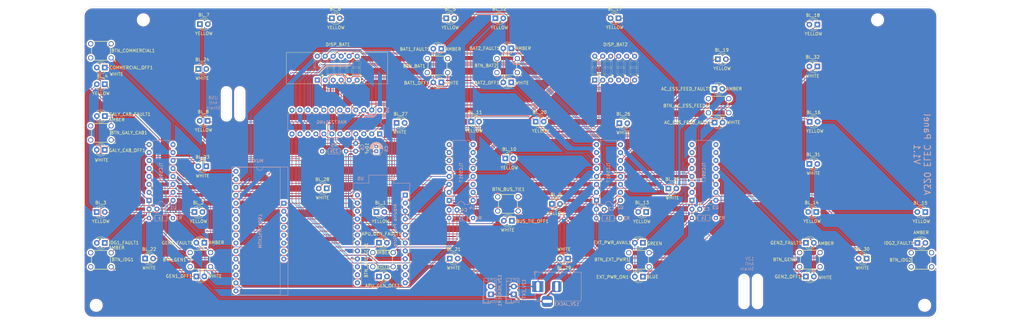
<source format=kicad_pcb>
(kicad_pcb (version 20240108) (generator "pcbnew") (generator_version "8.0")
  (title_block (title "A320 ELEC Panel") (date "2024-11-17") (rev "V1.1") (company "S.K."))
  (layers (0 "F.Cu" signal) (31 "B.Cu" signal) (34 "B.Paste" user) (35 "F.Paste" user) (36 "B.SilkS" user "B.Silkscreen") (37 "F.SilkS" user "F.Silkscreen") (38 "B.Mask" user) (39 "F.Mask" user) (44 "Edge.Cuts" user))
  (net 0 "")
  (net 1 "12V_IN")
  (net 2 "GND")
  (net 3 "AC_ESS_FEED_FAULT1")
  (net 4 "+5V")
  (net 5 "APU_GEN_FAULT")
  (net 6 "AC_ESS_FEED_ALTN")
  (net 7 "BAT1_FAULT")
  (net 8 "APU_GEN_OFF")
  (net 9 "BAT2_FAULT")
  (net 10 "BAT1_OFF")
  (net 11 "Net-(BL_1-K)")
  (net 12 "Net-(BL_2-K)")
  (net 13 "Net-(BL_3-K)")
  (net 14 "BACKLIGHT_1")
  (net 15 "Net-(BL_5-K)")
  (net 16 "Net-(BL_6-K)")
  (net 17 "Net-(BL_7-K)")
  (net 18 "BACKLIGHT_2")
  (net 19 "Net-(BL_10-A)")
  (net 20 "Net-(BL_10-K)")
  (net 21 "Net-(BL_11-K)")
  (net 22 "BACKLIGHT_3")
  (net 23 "Net-(BL_13-K)")
  (net 24 "Net-(BL_14-K)")
  (net 25 "Net-(BL_15-K)")
  (net 26 "BACKLIGHT_4")
  (net 27 "Net-(BL_17-K)")
  (net 28 "Net-(BL_18-K)")
  (net 29 "Net-(BL_19-K)")
  (net 30 "BACKLIGHT_5")
  (net 31 "BAT2_OFF")
  (net 32 "BUS_TIE_OFF")
  (net 33 "BAT_D3")
  (net 34 "BAT_S_C")
  (net 35 "BAT_D1")
  (net 36 "BAT_D0")
  (net 37 "BAT_S_D")
  (net 38 "BAT_S_A")
  (net 39 "BAT_S_E")
  (net 40 "BAT_S_G")
  (net 41 "BAT_S_B")
  (net 42 "BAT_S_DP")
  (net 43 "BAT_S_F")
  (net 44 "BAT_D2")
  (net 45 "BAT_D6")
  (net 46 "BAT_D5")
  (net 47 "BAT_D7")
  (net 48 "BAT_D4")
  (net 49 "EXT_PWR_AVAIL")
  (net 50 "EXT_PWR_ON")
  (net 51 "GALY_CAB_FAULT")
  (net 52 "COMMERCIAL_OFF")
  (net 53 "GEN1_FAULT")
  (net 54 "GALY_CAB_OFF")
  (net 55 "GEN2_FAULT")
  (net 56 "GEN1_OFF")
  (net 57 "IDG1_FAULT")
  (net 58 "IDG2_FAULT")
  (net 60 "BTN_AC_ESS_FEED")
  (net 62 "MUX_S0")
  (net 65 "BTN_APU_GEN")
  (net 70 "MUX1_DATA")
  (net 73 "MUX_S3")
  (net 74 "BTN_BAT1")
  (net 75 "MUX_S2")
  (net 76 "MUX_S1")
  (net 79 "BTN_BAT2")
  (net 80 "Net-(U1-R-EXT)")
  (net 81 "Net-(U2-R-EXT)")
  (net 82 "Net-(U3-R-EXT)")
  (net 83 "Net-(U4-R-EXT)")
  (net 84 "Net-(U6-ISET)")
  (net 85 "BTN_BUS_TIE")
  (net 90 "BTN_COMMERCIAL")
  (net 92 "BTN_EXT_PWR")
  (net 96 "BTN_GALY_CAB")
  (net 97 "BTN_GEN1")
  (net 101 "BTN_GEN2")
  (net 103 "BTN_IDG1")
  (net 107 "BTN_IDG2")
  (net 109 "OSH_DIN")
  (net 110 "OSH_CLOCK")
  (net 111 "OSH_DOUT1")
  (net 112 "OUT_BRT_LED")
  (net 113 "OSH_LATCH")
  (net 114 "OSH_DOUT2")
  (net 115 "OSH_DOUT3")
  (net 116 "OUT_BRT_BACK")
  (net 117 "Net-(BL_21-K)")
  (net 118 "Net-(BL_22-K)")
  (net 119 "Net-(BL_23-K)")
  (net 121 "DISP_LATCH")
  (net 122 "DISP_CLOCK")
  (net 130 "DISP_DIN")
  (net 133 "BACKLIGHT_6")
  (net 134 "Net-(BL_25-K)")
  (net 135 "Net-(BL_26-K)")
  (net 136 "Net-(BL_27-K)")
  (net 137 "BACKLIGHT_7")
  (net 138 "Net-(BL_29-K)")
  (net 139 "Net-(BL_30-K)")
  (net 140 "Net-(BL_31-K)")
  (net 141 "BACKLIGHT_8")
  (net 146 "GEN2_OFF")
  (footprint "LED_THT:LED_D3.0mm" (layer "F.Cu") (at 160.782 154.6606)
    (property "Reference" "APU_GEN_OFF1")
    (property "Value" "WHITE")
  )
  (footprint "LED_THT:LED_D3.0mm" (layer "F.Cu") (at 245.8466 134.0866 180)
    (property "Reference" "BL_13")
    (property "Value" "YELLOW")
  )
  (footprint "SamacSys_Parts:B3F1000" (layer "F.Cu") (at 72.263 149.352)
    (property "Reference" "BTN_IDG1")
    (property "Value" "B3F-1055" (hide yes))
  )
  (footprint "LED_THT:LED_D3.0mm" (layer "F.Cu") (at 203.073 136.906 180)
    (property "Reference" "BUS_TIE_OFF1")
    (property "Value" "WHITE")
  )
  (footprint "SamacSys_Parts:B3F1000" (layer "F.Cu") (at 103.9142 149.2911)
    (property "Reference" "BTN_GEN1")
    (property "Value" "B3F-1055" (hide yes))
  )
  (footprint "LED_THT:LED_D3.0mm" (layer "F.Cu") (at 215.8492 131.5466)
    (property "Reference" "BL_9")
    (property "Value" "YELLOW")
  )
  (footprint "LED_THT:LED_D3.0mm" (layer "F.Cu") (at 334.7058 134.112 180)
    (property "Reference" "BL_15")
    (property "Value" "YELLOW")
  )
  (footprint "LED_THT:LED_D3.0mm" (layer "F.Cu") (at 70.9322 134.112)
    (property "Reference" "BL_3")
    (property "Value" "YELLOW")
  )
  (footprint "LED_THT:LED_D3.0mm" (layer "F.Cu") (at 267.5382 94.8182)
    (property "Reference" "AC_ESS_FEED_FAULT1")
    (property "Value" "AMBER")
  )
  (footprint "LED_THT:LED_D3.0mm" (layer "F.Cu") (at 73.4822 93.3704 180)
    (property "Reference" "BL_4")
    (property "Value" "YELLOW")
  )
  (footprint "SamacSys_Parts:B3F1000" (layer "F.Cu") (at 162.0548 149.2911)
    (property "Reference" "BTN_APU_GEN1")
    (property "Value" "B3F-1055" (hide yes))
  )
  (footprint "LED_THT:LED_D3.0mm" (layer "F.Cu") (at 197.8152 72.3392)
    (property "Reference" "BL_12")
    (property "Value" "YELLOW")
  )
  (footprint "LED_THT:LED_D3.0mm" (layer "F.Cu") (at 210.6676 105.283)
    (property "Reference" "BL_20")
    (property "Value" "YELLOW")
  )
  (footprint "SamacSys_Parts:B3F1000" (layer "F.Cu") (at 201.8296 131.5318)
    (property "Reference" "BTN_BUS_TIE1")
    (property "Value" "B3F-1055" (hide yes))
  )
  (footprint "LED_THT:LED_D3.0mm" (layer "F.Cu") (at 183.2864 148.9456)
    (property "Reference" "BL_21")
    (property "Value" "WHITE")
  )
  (footprint "LED_THT:LED_D3.0mm" (layer "F.Cu") (at 244.7798 154.7114 180)
    (property "Reference" "EXT_PWR_ON1")
    (property "Value" "BLUE")
  )
  (footprint "LED_THT:LED_D3.0mm" (layer "F.Cu") (at 106.2482 105.0544 180)
    (property "Reference" "BL_8")
    (property "Value" "YELLOW")
  )
  (footprint "LED_THT:LED_D3.0mm" (layer "F.Cu") (at 237.2868 105.8164)
    (property "Reference" "BL_26")
    (property "Value" "WHITE")
  )
  (footprint "My:2841AW" (layer "F.Cu") (at 147.4099 88.2347)
    (property "Reference" "DISP_BAT1")
    (property "Value" "2841AW")
  )
  (footprint "LED_THT:LED_D3.0mm" (layer "F.Cu") (at 73.4822 88.0618 180)
    (property "Reference" "COMMERCIAL_OFF1")
    (property "Value" "WHITE")
  )
  (footprint "LED_THT:LED_D3.0mm" (layer "F.Cu") (at 202.8952 81.9404 180)
    (property "Reference" "BAT2_FAULT1")
    (property "Value" "AMBER")
  )
  (footprint "SamacSys_Parts:B3F1000" (layer "F.Cu") (at 72.263 82.7172)
    (property "Reference" "BTN_COMMERCIAL1")
    (property "Value" "B3F-1055" (hide yes))
  )
  (footprint "LED_THT:LED_D3.0mm" (layer "F.Cu") (at 86.3296 148.9456)
    (property "Reference" "BL_22")
    (property "Value" "WHITE")
  )
  (footprint "LED_THT:LED_D3.0mm" (layer "F.Cu") (at 160.7566 143.9164)
    (property "Reference" "APU_GEN_FAULT1")
    (property "Value" "AMBER")
  )
  (footprint "LED_THT:LED_D3.0mm" (layer "F.Cu") (at 316.0064 148.9456 180)
    (property "Reference" "BL_30")
    (property "Value" "WHITE")
  )
  (footprint "LED_THT:LED_D3.0mm" (layer "F.Cu") (at 202.8952 92.7862 180)
    (property "Reference" "BAT2_OFF1")
    (property "Value" "WHITE")
  )
  (footprint "LED_THT:LED_D3.0mm" (layer "F.Cu") (at 267.6144 105.5878)
    (property "Reference" "AC_ESS_FEED_ALTN1")
    (property "Value" "WHITE")
  )
  (footprint "LED_THT:LED_D3.0mm" (layer "F.Cu") (at 299.97 134.09 180)
    (property "Reference" "BL_14")
    (property "Value" "YELLOW")
  )
  (footprint "LED_THT:LED_D3.0mm" (layer "F.Cu") (at 103.246 88.4936)
    (property "Reference" "BL_24")
    (property "Value" "WHITE")
  )
  (footprint "LED_THT:LED_D3.0mm" (layer "F.Cu") (at 102.0268 134.112)
    (property "Reference" "BL_2")
    (property "Value" "YELLOW")
  )
  (footprint "SamacSys_Parts:B3F1000" (layer "F.Cu") (at 268.8872 100.2183)
    (property "Reference" "BTN_AC_ESS_FEED1")
    (property "Value" "B3F-1055" (hide yes))
  )
  (footprint "LED_THT:LED_D3.0mm" (layer "F.Cu") (at 73.4822 143.9672 180)
    (property "Reference" "IDG1_FAULT1")
    (property "Value" "AMBER")
  )
  (footprint "SamacSys_Parts:B3F1000" (layer "F.Cu") (at 243.538 149.352)
    (property "Reference" "BTN_EXT_PWR1")
    (property "Value" "B3F-1055" (hide yes))
  )
  (footprint "LED_THT:LED_D3.0mm" (layer "F.Cu") (at 200.9902 117.0432)
    (property "Reference" "BL_10")
    (property "Value" "YELLOW")
  )
  (footprint "LED_THT:LED_D3.0mm" (layer "F.Cu") (at 220.9292 148.9456 180)
    (property "Reference" "BL_29")
    (property "Value" "WHITE")
  )
  (footprint "My:2841AW" (layer "F.Cu") (at 235.7511 88.2347)
    (property "Reference" "DISP_BAT2")
    (property "Value" "2841AW")
  )
  (footprint "LED_THT:LED_D3.0mm" (layer "F.Cu") (at 73.5076 103.5304 180)
    (property "Reference" "GALY_CAB_FAULT1")
    (property "Value" "AMBER")
  )
  (footprint "LED_THT:LED_D3.0mm" (layer "F.Cu") (at 73.4822 114.2746 180)
    (property "Reference" "GALY_CAB_OFF1")
    (property "Value" "WHITE")
  )
  (footprint "LED_THT:LED_D3.0mm" (layer "F.Cu") (at 190.0936 105.283)
    (property "Reference" "BL_11")
    (property "Value" "YELLOW")
  )
  (footprint "LED_THT:LED_D3.0mm" (layer "F.Cu") (at 296.672 143.9418)
    (property "Reference" "GEN2_FAULT1")
    (property "Value" "AMBER")
  )
  (footprint "LED_THT:LED_D3.0mm" (layer "F.Cu") (at 166.3954 105.7148)
    (property "Reference" "BL_27")
    (property "Value" "WHITE")
  )
  (footprint "LED_THT:LED_D3.0mm" (layer "F.Cu") (at 300.3296 87.7062 180)
    (property "Reference" "BL_32")
    (property "Value" "WHITE")
  )
  (footprint "LED_THT:LED_D3.0mm" (layer "F.Cu") (at 103.754 74.2188)
    (property "Reference" "BL_7")
    (property "Value" "YELLOW")
  )
  (footprint "LED_THT:LED_D3.0mm" (layer "F.Cu") (at 105.796 119.5324 180)
    (property "Reference" "BL_23")
    (property "Value" "WHITE")
  )
  (footprint "SamacSys_Parts:B3F1000" (layer "F.Cu") (at 72.263 108.8945)
    (property "Reference" "BTN_GALY_CAB1")
    (property "Value" "B3F-1055" (hide yes))
  )
  (footprint "LED_THT:LED_D3.0mm" (layer "F.Cu") (at 180.6194 82.042 180)
    (property "Reference" "BAT1_FAULT1")
    (property "Value" "AMBER")
  )
  (footprint "LED_THT:LED_D3.0mm" (layer "F.Cu") (at 332.1812 143.9672)
    (property "Reference" "IDG2_FAULT1")
    (property "Value" "AMBER")
  )
  (footprint "LED_THT:LED_D3.0mm" (layer "F.Cu") (at 297.8658 105.3338)
    (property "Reference" "BL_16")
    (property "Value" "YELLOW")
  )
  (footprint "SamacSys_Parts:B3F1000" (layer "F.Cu") (at 201.5772 87.4167)
    (property "Reference" "BTN_BAT2")
    (property "Value" "B3F-1055" (hide yes))
  )
  (footprint "LED_THT:LED_D3.0mm" (layer "F.Cu") (at 268.6558 85.3948)
    (property "Reference" "BL_19")
    (property "Value" "YELLOW")
  )
  (footprint "LED_THT:LED_D3.0mm" (layer "F.Cu") (at 102.63 154.66)
    (property "Reference" "GEN1_OFF1")
    (property "Value" "WHITE")
  )
  (footprint "SamacSys_Parts:B3F1000" (layer "F.Cu") (at 297.9448 149.3165)
    (property "Reference" "BTN_GEN2")
    (property "Value" "B3F-1055" (hide yes))
  )
  (footprint "SamacSys_Parts:B3F1000" (layer "F.Cu") (at 333.454 149.352)
    (property "Reference" "BTN_IDG2")
    (property "Value" "B3F-1055" (hide yes))
  )
  (footprint "LED_THT:LED_D3.0mm" (layer "F.Cu") (at 300.3296 74.3712 180)
    (property "Reference" "BL_18")
    (property "Value" "YELLOW")
  )
  (footprint "LED_THT:LED_D3.0mm" (layer "F.Cu") (at 182.1892 72.3392)
    (property "Reference" "BL_5")
    (property "Value" "YELLOW")
  )
  (footprint "LED_THT:LED_D3.0mm" (layer "F.Cu") (at 252.9078 126.619)
    (property "Reference" "BL_25")
    (property "Value" "WHITE")
  )
  (footprint "LED_THT:LED_D3.0mm" (layer "F.Cu") (at 144.145 126.5936 180)
    (property "Reference" "BL_28")
    (property "Value" "WHITE")
  )
  (footprint "LED_THT:LED_D3.0mm" (layer "F.Cu") (at 105.1814 143.9164 180)
    (property "Reference" "GEN1_FAULT1")
    (property "Value" "AMBER")
  )
  (footprint "LED_THT:LED_D3.0mm" (layer "F.Cu") (at 297.7796 118.7704)
    (property "Reference" "BL_31")
    (property "Value" "WHITE")
  )
  (footprint "LED_THT:LED_D3.0mm" (layer "F.Cu") (at 244.7798 143.9418 180)
    (property "Reference" "EXT_PWR_AVAIL1")
    (property "Value" "GREEN")
  )
  (footprint "SamacSys_Parts:B3F1000" (layer "F.Cu") (at 179.403 87.4167)
    (property "Reference" "BTN_BAT1")
    (property "Value" "B3F-1055" (hide yes))
  )
  (footprint "LED_THT:LED_D3.0mm" (layer "F.Cu") (at 159.9642 134.112)
    (property "Reference" "BL_1")
    (property "Value" "YELLOW")
  )
  (footprint "LED_THT:LED_D3.0mm" (layer "F.Cu") (at 237.0328 72.3392 180)
    (property "Reference" "BL_17")
    (property "Value" "YELLOW")
  )
  (footprint "LED_THT:LED_D3.0mm" (layer "F.Cu") (at 145.7656 72.3392)
    (property "Reference" "BL_6")
    (property "Value" "YELLOW")
  )
  (footprint "LED_THT:LED_D3.0mm" (layer "F.Cu") (at 296.672 154.686)
    (property "Reference" "GEN2_OFF1")
    (property "Value" "WHITE")
  )
  (footprint "LED_THT:LED_D3.0mm" (layer "F.Cu") (at 180.6194 92.7862 180)
    (property "Reference" "BAT1_OFF1")
    (property "Value" "WHITE")
  )
  (footprint "Capacitor_THT:CP_Radial_D4.0mm_P1.50mm" (layer "B.Cu") (at 159.9234 114.7318 90)
    (property "Reference" "C5")
    (property "Value" "10uF")
  )
  (footprint "Capacitor_THT:C_Disc_D3.0mm_W1.6mm_P2.50mm" (layer "B.Cu") (at 262.8954 133.208 180)
    (property "Reference" "C3")
    (property "Value" "0.1uF Ceramic" (hide yes))
  )
  (footprint "Package_DIP:DIP-16_W7.62mm" (layer "B.Cu") (at 260.4108 130.3886)
    (property "Reference" "U3")
    (property "Value" "TLC5917")
  )
  (footprint "Capacitor_THT:C_Disc_D3.0mm_W1.6mm_P2.50mm" (layer "B.Cu") (at 232.4824 133.2334 180)
    (property "Reference" "C2")
    (property "Value" "0.1uF Ceramic" (hide yes))
  )
  (footprint "Connector_JST:JST_EH_B2B-EH-A_1x02_P2.50mm_Vertical" (layer "B.Cu") (at 203.6778 160.3556 90)
    (property "Reference" "12V_EXT1")
    (property "Value" "Pin Header 1x02" (hide yes))
  )
  (footprint "Resistor_THT:R_Axial_DIN0204_L3.6mm_D1.6mm_P7.62mm_Horizontal" (layer "B.Cu") (at 95.1862 136.0678 180)
    (property "Reference" "R1")
    (property "Value" "1k")
  )
  (footprint "Resistor_THT:R_Axial_DIN0204_L3.6mm_D1.6mm_P7.62mm_Horizontal" (layer "B.Cu") (at 150.2968 114.7572 180)
    (property "Reference" "R5")
    (property "Value" "22k")
  )
  (footprint "Capacitor_THT:C_Disc_D3.0mm_W1.6mm_P2.50mm" (layer "B.Cu") (at 185.6032 133.4516 180)
    (property "Reference" "C4")
    (property "Value" "0.1uF Ceramic" (hide yes))
  )
  (footprint "Package_DIP:DIP-24_W7.62mm" (layer "B.Cu") (at 161.0156 109.22 90)
    (property "Reference" "U6")
    (property "Value" "MAX7221xNG")
  )
  (footprint "Connector_JST:JST_EH_B2B-EH-A_1x02_P2.50mm_Vertical" (layer "B.Cu") (at 196.4134 160.3556 90)
    (property "Reference" "12V_HEADER1")
    (property "Value" "Pin Header 1x02" (hide yes))
  )
  (footprint "My:MUX74HC4067" (layer "B.Cu") (at 122.3264 140.3858)
    (property "Reference" "MUX1")
    (property "Value" "MUX74HC4067")
  )
  (footprint "Connector_BarrelJack:BarrelJack_Horizontal" (layer "B.Cu") (at 211.3478 157.8941 180)
    (property "Reference" "12V_JACK1")
    (property "Value" "Power Jack" (hide yes))
  )
  (footprint "Package_DIP:DIP-16_W7.62mm" (layer "B.Cu") (at 183.1186 130.3886)
    (property "Reference" "U4")
    (property "Value" "TLC5917")
  )
  (footprint "Resistor_THT:R_Axial_DIN0204_L3.6mm_D1.6mm_P7.62mm_Horizontal" (layer "B.Cu") (at 190.7286 136.0424 180)
    (property "Reference" "R4")
    (property "Value" "1k")
  )
  (footprint "Arduino:Sparkfun_Pro_Micro" (layer "B.Cu") (at 153.8986 156.6672)
    (property "Reference" "U5")
    (property "Value" "Arduino Pro Micro")
  )
  (footprint "Capacitor_THT:C_Disc_D3.0mm_W1.6mm_P2.50mm" (layer "B.Cu") (at 153.3906 114.7318 90)
    (property "Reference" "C6")
    (property "Value" "0.1uF Ceramic" (hide yes))
  )
  (footprint "Package_DIP:DIP-16_W7.62mm" (layer "B.Cu") (at 87.5892 130.3886)
    (property "Reference" "U1")
    (property "Value" "TLC5917")
  )
  (footprint "Resistor_THT:R_Axial_DIN0204_L3.6mm_D1.6mm_P7.62mm_Horizontal" (layer "B.Cu") (at 268.0208 136.021 180)
    (property "Reference" "R3")
    (property "Value" "1k")
  )
  (footprint "Package_DIP:DIP-16_W7.62mm" (layer "B.Cu") (at 230.0324 130.3886)
    (property "Reference" "U2")
    (property "Value" "TLC5917")
  )
  (footprint "Capacitor_THT:C_Disc_D3.0mm_W1.6mm_P2.50mm" (layer "B.Cu") (at 90.0808 133.1722 180)
    (property "Reference" "C1")
    (property "Value" "0.1uF Ceramic" (hide yes))
  )
  (footprint "Resistor_THT:R_Axial_DIN0204_L3.6mm_D1.6mm_P7.62mm_Horizontal" (layer "B.Cu") (at 237.5662 136.1036 180)
    (property "Reference" "R2")
    (property "Value" "1k")
  )
  (gr_rect (start 131.3099 83.2347) (end 163.5099 93.2347) (stroke (width 0.1)) (fill none) (layer "F.SilkS"))
  (gr_line (start 115.14062 103.45818) (end 115.14062 95.78738) (stroke (width 0.05)) (layer "Edge.Cuts"))
  (gr_arc (start 279.908 155.6258) (mid 281.25299 154.28085) (end 282.59798 155.6258) (stroke (width 0.05)) (layer "Edge.Cuts"))
  (gr_arc (start 117.83181 103.45422) (mid 116.48682 104.79931) (end 115.14183 103.45422) (stroke (width 0.05)) (layer "Edge.Cuts"))
  (gr_line (start 275.63959 163.29655) (end 275.63959 155.62575) (stroke (width 0.05)) (layer "Edge.Cuts"))
  (gr_circle (center 70.7644 163.8554) (end 72.3644 163.8554) (stroke (width 0.05)) (fill none) (layer "Edge.Cuts"))
  (gr_line (start 282.59798 163.29264) (end 282.59798 155.6258) (stroke (width 0.05)) (layer "Edge.Cuts"))
  (gr_arc (start 69.5988 167.9669) (mid 67.47748 167.08822) (end 66.5988 164.9669) (stroke (width 0.05)) (layer "Edge.Cuts"))
  (gr_arc (start 110.87221 95.78342) (mid 112.2172 94.43841) (end 113.56219 95.78342) (stroke (width 0.05)) (layer "Edge.Cuts"))
  (gr_arc (start 335.6542 68.7149) (mid 337.77552 69.59358) (end 338.6542 71.7149) (stroke (width 0.05)) (layer "Edge.Cuts"))
  (gr_arc (start 66.5988 71.7149) (mid 67.47748 69.59358) (end 69.5988 68.7149) (stroke (width 0.05)) (layer "Edge.Cuts"))
  (gr_arc (start 275.63959 155.62575) (mid 276.98458 154.28074) (end 278.32957 155.62575) (stroke (width 0.05)) (layer "Edge.Cuts"))
  (gr_arc (start 338.6542 164.9669) (mid 337.77552 167.08822) (end 335.6542 167.9669) (stroke (width 0.05)) (layer "Edge.Cuts"))
  (gr_line (start 338.6542 71.7149) (end 338.6542 164.9669) (stroke (width 0.05)) (layer "Edge.Cuts"))
  (gr_arc (start 278.33078 163.29259) (mid 276.98579 164.63763) (end 275.6408 163.29259) (stroke (width 0.05)) (layer "Edge.Cuts"))
  (gr_arc (start 115.14062 95.78738) (mid 116.48561 94.44242) (end 117.8306 95.78738) (stroke (width 0.05)) (layer "Edge.Cuts"))
  (gr_line (start 110.87221 103.45422) (end 110.87221 95.78342) (stroke (width 0.05)) (layer "Edge.Cuts"))
  (gr_circle (center 85.7644 72.8472) (end 87.3644 72.8472) (stroke (width 0.05)) (fill none) (layer "Edge.Cuts"))
  (gr_line (start 66.5988 164.9669) (end 66.5988 71.7149) (stroke (width 0.05)) (layer "Edge.Cuts"))
  (gr_arc (start 113.5634 103.45026) (mid 112.21841 104.7953) (end 110.87342 103.45026) (stroke (width 0.05)) (layer "Edge.Cuts"))
  (gr_line (start 69.5988 68.7149) (end 335.6542 68.7149) (stroke (width 0.05)) (layer "Edge.Cuts"))
  (gr_circle (center 319.4926 72.8472) (end 321.0926 72.8472) (stroke (width 0.05)) (fill none) (layer "Edge.Cuts"))
  (gr_line (start 113.56219 103.45026) (end 113.56219 95.78342) (stroke (width 0.05)) (layer "Edge.Cuts"))
  (gr_line (start 335.6542 167.9669) (end 69.5988 167.9669) (stroke (width 0.05)) (layer "Edge.Cuts"))
  (gr_line (start 278.32957 163.29259) (end 278.32957 155.62575) (stroke (width 0.05)) (layer "Edge.Cuts"))
  (gr_arc (start 282.59919 163.29264) (mid 281.2542 164.63764) (end 279.90921 163.29264) (stroke (width 0.05)) (layer "Edge.Cuts"))
  (gr_line (start 117.8306 103.45422) (end 117.8306 95.78738) (stroke (width 0.05)) (layer "Edge.Cuts"))
  (gr_line (start 279.908 163.2966) (end 279.908 155.6258) (stroke (width 0.05)) (layer "Edge.Cuts"))
  (gr_circle (center 334.4926 163.8554) (end 336.0926 163.8554) (stroke (width 0.05)) (fill none) (layer "Edge.Cuts"))
  (gr_text "12V\nAnti\nStrain" (at 280.23818 152.82783 0) (layer "B.SilkS") (effects (font (size 1 1) (thickness 0.1)) (justify left bottom mirror)))
  (gr_text "${TITLE}\n${REVISION}" (at 330.87 115.69 270) (layer "B.SilkS") (effects (font (size 2 2) (thickness 0.25)) (justify bottom mirror)))
  (gr_text "USB\nAnti\nStrain" (at 108.0008 101.47698 0) (layer "B.SilkS") (effects (font (size 1 1) (thickness 0.1)) (justify bottom mirror)))
  (segment (start 233.9086 131.5466) (end 236.3724 129.0828) (width 0.2) (layer "F.Cu") (net 1))
  (segment (start 210.285 132.7468) (end 217.189 132.7468) (width 0.2) (layer "F.Cu") (net 1))
  (segment (start 163.2996 134.9074) (end 187.7314 134.9074) (width 0.2) (layer "F.Cu") (net 1))
  (segment (start 185.9294 71.139) (end 184.7292 72.3392) (width 0.2) (layer "F.Cu") (net 1))
  (segment (start 162.5042 134.112) (end 163.2996 134.9074) (width 0.2) (layer "F.Cu") (net 1))
  (segment (start 218.3892 131.5466) (end 233.9086 131.5466) (width 0.2) (layer "F.Cu") (net 1))
  (segment (start 252.7965 129.2703) (end 248.1229 129.2703) (width 0.2) (layer "F.Cu") (net 1))
  (segment (start 217.189 132.7468) (end 217.8026 132.1332) (width 0.2) (layer "F.Cu") (net 1))
  (segment (start 248.1229 129.2703) (end 243.3066 134.0866) (width 0.2) (layer "F.Cu") (net 1))
  (segment (start 234.4928 72.3392) (end 233.2926 71.139) (width 0.2) (layer "F.Cu") (net 1))
  (segment (start 196.4134 157.8556) (end 203.6778 157.8556) (width 0.5) (layer "F.Cu") (net 1))
  (segment (start 210.1948 132.6566) (end 210.285 132.7468) (width 0.2) (layer "F.Cu") (net 1))
  (segment (start 243.3066 134.0866) (end 238.3028 129.0828) (width 0.2) (layer "F.Cu") (net 1))
  (segment (start 187.7314 134.9074) (end 189.9822 132.6566) (width 0.2) (layer "F.Cu") (net 1))
  (segment (start 217.8026 132.1332) (end 218.3892 131.5466) (width 0.2) (layer "F.Cu") (net 1))
  (segment (start 255.4478 126.619) (end 252.7965 129.2703) (width 0.2) (layer "F.Cu") (net 1))
  (segment (start 236.3724 129.0828) (end 238.3028 129.0828) (width 0.2) (layer "F.Cu") (net 1))
  (segment (start 233.2926 71.139) (end 185.9294 71.139) (width 0.2) (layer "F.Cu") (net 1))
  (segment (start 189.9822 132.6566) (end 210.1948 132.6566) (width 0.2) (layer "F.Cu") (net 1))
  (segment (start 211.3478 155.987) (end 218.3892 148.9456) (width 0.2) (layer "B.Cu") (net 1))
  (segment (start 218.3892 148.9456) (end 218.3892 131.5466) (width 0.2) (layer "B.Cu") (net 1))
  (segment (start 255.4478 93.2942) (end 255.4478 126.619) (width 0.2) (layer "B.Cu") (net 1))
  (segment (start 211.3478 157.8556) (end 211.3478 155.987) (width 0.2) (layer "B.Cu") (net 1))
  (segment (start 211.3478 157.8556) (end 203.6778 157.8556) (width 0.5) (layer "B.Cu") (net 1))
  (segment (start 187.5034 148.9456) (end 196.4134 157.8556) (width 0.2) (layer "B.Cu") (net 1))
  (segment (start 234.4928 72.3392) (end 255.4478 93.2942) (width 0.2) (layer "B.Cu") (net 1))
  (segment (start 185.8264 148.9456) (end 187.5034 148.9456) (width 0.2) (layer "B.Cu") (net 1))
  (segment (start 239.6126 145.77) (end 245.456 145.77) (width 0.2) (layer "F.Cu") (net 2))
  (segment (start 205.9163 162.5941) (end 203.6778 160.3556) (width 0.5) (layer "F.Cu") (net 2))
  (segment (start 182.653 85.1667) (end 183.778 86.2917) (width 0.2) (layer "F.Cu") (net 2))
  (segment (start 75.513 106.6445) (end 75.513 100.94) (width 0.2) (layer "F.Cu") (net 2))
  (segment (start 69.15 86.8302) (end 75.513 80.4672) (width 0.2) (layer "F.Cu") (net 2))
  (segment (start 86.5472 136.0678) (end 87.5662 136.0678) (width 0.2) (layer "F.Cu") (net 2))
  (segment (start 159.9234 113.2318) (end 158.9234 112.2318) (width 0.2) (layer "F.Cu") (net 2))
  (segment (start 260.4008 136.021) (end 272.8936 148.5138) (width 0.2) (layer "F.Cu") (net 2))
  (segment (start 229.9462 136.1036) (end 239.6126 145.77) (width 0.2) (layer "F.Cu") (net 2))
  (segment (start 87.5662 136.0678) (end 97.1184 145.62) (width 0.2) (layer "F.Cu") (net 2))
  (segment (start 190.0682 129.2601) (end 196.3811 129.2601) (width 0.2) (layer "F.Cu") (net 2))
  (segment (start 87.3167 130.3886) (end 72.263 115.3349) (width 0.2) (layer "F.Cu") (net 2))
  (segment (start 169.1386 136.3472) (end 182.8038 136.3472) (width 0.2) (layer "F.Cu") (net 2))
  (segment (start 190.0682 129.2601) (end 188.9397 130.3886) (width 0.2) (layer "F.Cu") (net 2))
  (segment (start 153.8986 131.2672) (end 166.5986 131.2672) (width 0.2) (layer "F.Cu") (net 2))
  (segment (start 336.704 147.102) (end 335.5431 145.9411) (width 0.2) (layer "F.Cu") (net 2))
  (segment (start 335.5431 145.9411) (end 302.2948 145.9411) (width 0.2) (layer "F.Cu") (net 2))
  (segment (start 228.9256 129.2818) (end 205.0796 129.2818) (width 0.2) (layer "F.Cu") (net 2))
  (segment (start 214.3478 162.5941) (end 205.9163 162.5941) (width 0.5) (layer "F.Cu") (net 2))
  (segment (start 196.4134 160.3556) (end 203.6778 160.3556) (width 0.5) (layer "F.Cu") (net 2))
  (segment (start 246.788 147.102) (end 249.3198 147.102) (width 0.2) (layer "F.Cu") (net 2))
  (segment (start 197.4848 128.1564) (end 203.9542 128.1564) (width 0.2) (layer "F.Cu") (net 2))
  (segment (start 196.3811 129.2601) (end 197.4848 128.1564) (width 0.2) (layer "F.Cu") (net 2))
  (segment (start 130.4798 131.318) (end 153.8478 131.318) (width 0.2) (layer "F.Cu") (net 2))
  (segment (start 230.0324 130.3886) (end 228.9256 129.2818) (width 0.2) (layer "F.Cu") (net 2))
  (segment (start 75.513 147.102) (end 86.5472 136.0678) (width 0.2) (layer "F.Cu") (net 2))
  (segment (start 97.1184 145.62) (end 105.7431 145.62) (width 0.2) (layer "F.Cu") (net 2))
  (segment (start 69.15 94.577) (end 69.15 86.8302) (width 0.2) (layer "F.Cu") (net 2))
  (segment (start 188.9397 130.3886) (end 183.1186 130.3886) (width 0.2) (layer "F.Cu") (net 2))
  (segment (start 105.7431 145.62) (end 107.1642 147.0411) (width 0.2) (layer "F.Cu") (net 2))
  (segment (start 272.8936 148.5138) (end 299.7221 148.5138) (width 0.2) (layer "F.Cu") (net 2))
  (segment (start 72.263 109.8945) (end 75.513 106.6445) (width 0.2) (layer "F.Cu") (net 2))
  (segment (start 158.9234 112.2318) (end 153.3906 112.2318) (width 0.2) (layer "F.Cu") (net 2))
  (segment (start 245.456 145.77) (end 246.788 147.102) (width 0.2) (layer "F.Cu") (net 2))
  (segment (start 143.7074 112.2318) (end 140.6956 109.22) (width 0.2) (layer "F.Cu") (net 2))
  (segment (start 203.7022 86.2917) (end 204.8272 85.1667) (width 0.2) (layer "F.Cu") (net 2))
  (segment (start 183.778 86.2917) (end 203.7022 86.2917) (width 0.2) (layer "F.Cu") (net 2))
  (segment (start 249.3198 147.102) (end 260.4008 136.021) (width 0.2) (layer "F.Cu") (net 2))
  (segment (start 299.7221 148.5138) (end 301.1948 147.0411) (width 0.2) (layer "F.Cu") (net 2))
  (segment (start 302.2948 145.9411) (end 301.1948 147.0411) (width 0.2) (layer "F.Cu") (net 2))
  (segment (start 75.513 100.94) (end 69.15 94.577) (width 0.2) (layer "F.Cu") (net 2))
  (segment (start 213.4978 161.7441) (end 217.3478 157.8941) (width 0.5) (layer "F.Cu") (net 2))
  (segment (start 203.9542 128.1564) (end 205.0796 129.2818) (width 0.2) (layer "F.Cu") (net 2))
  (segment (start 166.5986 131.2672) (end 169.1386 133.8072) (width 0.2) (layer "F.Cu") (net 2))
  (segment (start 153.3906 112.2318) (end 143.7074 112.2318) (width 0.2) (layer "F.Cu") (net 2))
  (segment (start 72.263 115.3349) (end 72.263 109.8945) (width 0.2) (layer "F.Cu") (net 2))
  (segment (start 260.3954 136.0156) (end 260.3954 133.208) (width 0.2) (layer "B.Cu") (net 2))
  (segment (start 239.1638 123.3196) (end 239.1638 122.146) (width 0.2) (layer "B.Cu") (net 2))
  (segment (start 236.3824 124.0386) (end 238.4448 124.0386) (width 0.2) (layer "B.Cu") (net 2))
  (segment (start 232.3229 117.9213) (end 232.3229 112.6624) (width 0.2) (layer "B.Cu") (net 2))
  (segment (start 107.1642 147.0411) (end 108.9853 145.22) (width 0.2) (layer "B.Cu") (net 2))
  (segment (start 151.81 113.8124) (end 153.3906 112.2318) (width 0.2) (layer "B.Cu") (net 2))
  (segment (start 232.3229 112.6624) (end 204.8272 85.1667) (width 0.2) (layer "B.Cu") (net 2))
  (segment (start 229.9462 133.2696) (end 229.9462 136.1036) (width 0.2) (layer "B.Cu") (net 2))
  (segment (start 116.5778 145.22) (end 130.4798 131.318) (width 0.2) (layer "B.Cu") (net 2))
  (segment (start 238.4448 124.0386) (end 239.1638 123.3196) (width 0.2) (layer "B.Cu") (net 2))
  (segment (start 183.1086 144.290028) (end 183.1086 136.0424) (width 0.2) (layer "B.Cu") (net 2))
  (segment (start 260.4108 133.1926) (end 260.4108 130.3886) (width 0.2) (layer "B.Cu") (net 2))
  (segment (start 87.5662 136.0678) (end 87.5662 133.1868) (width 0.2) (layer "B.Cu") (net 2))
  (segment (start 262.4954 128.304) (end 262.4954 107.6101) (width 0.2) (layer "B.Cu") (net 2))
  (segment (start 230.0324 130.3886) (end 236.3824 124.0386) (width 0.2) (layer "B.Cu") (net 2))
  (segment (start 239.1638 122.146) (end 238.506 121.4882) (width 0.2) (layer "B.Cu") (net 2))
  (segment (start 183.1032 136.037) (end 183.1032 133.4516) (width 0.2) (layer "B.Cu") (net 2))
  (segment (start 217.3478 157.8941) (end 229.9462 145.2957) (width 0.2) (layer "B.Cu") (net 2))
  (segment (start 260.4108 130.3886) (end 262.4954 128.304) (width 0.2) (layer "B.Cu") (net 2))
  (segment (start 182.188628 145.21) (end 183.1086 144.290028) (width 0.2) (layer "B.Cu") (net 2))
  (segment (start 167.1359 145.21) (end 182.188628 145.21) (width 0.2) (layer "B.Cu") (net 2))
  (segment (start 169.1386 133.8072) (end 169.1386 136.3472) (width 0.2) (layer "B.Cu") (net 2))
  (segment (start 87.5808 130.397) (end 87.5808 133.1722) (width 0.2) (layer "B.Cu") (net 2))
  (segment (start 108.9853 145.22) (end 116.5778 145.22) (width 0.2) (layer "B.Cu") (net 2))
  (segment (start 165.3048 147.0411) (end 167.1359 145.21) (width 0.2) (layer "B.Cu") (net 2))
  (segment (start 151.81 129.1786) (end 151.81 113.8124) (width 0.2) (layer "B.Cu") (net 2))
  (segment (start 153.3956 112.2268) (end 153.3956 109.22) (width 0.2) (layer "B.Cu") (net 2))
  (segment (start 262.4954 107.6101) (end 272.1372 97.9683) (width 0.2) (layer "B.Cu") (net 2))
  (segment (start 235.8898 121.4882) (end 232.3229 117.9213) (width 0.2) (layer "B.Cu") (net 2))
  (segment (start 153.8986 131.2672) (end 151.81 129.1786) (width 0.2) (layer "B.Cu") (net 2))
  (segment (start 229.9824 133.2334) (end 229.9824 130.4386) (width 0.2) (layer "B.Cu") (net 2))
  (segment (start 183.1032 130.404) (end 183.1032 133.4516) (width 0.2) (layer "B.Cu") (net 2))
  (segment (start 238.506 121.4882) (end 235.8898 121.4882) (width 0.2) (layer "B.Cu") (net 2))
  (segment (start 229.9462 145.2957) (end 229.9462 136.1036) (width 0.2) (layer "B.Cu") (net 2))
  (segment (start 250.6138 128.11) (end 256.814314 128.11) (width 0.2) (layer "B.Cu") (net 3))
  (segment (start 257.3452 127.579114) (end 257.3452 108.1694) (width 0.2) (layer "B.Cu") (net 3))
  (segment (start 267.5382 97.9764) (end 267.5382 94.8182) (width 0.2) (layer "B.Cu") (net 3))
  (segment (start 257.3452 108.1694) (end 267.5382 97.9764) (width 0.2) (layer "B.Cu") (net 3))
  (segment (start 237.6524 115.1486) (end 250.6138 128.11) (width 0.2) (layer "B.Cu") (net 3))
  (segment (start 256.814314 128.11) (end 257.3452 127.579114) (width 0.2) (layer "B.Cu") (net 3))
  (segment (start 187.6756 133.4516) (end 185.6032 133.4516) (width 0.2) (layer "F.Cu") (net 4))
  (segment (start 285.6588 130.3886) (end 299.212 143.9418) (width 0.2) (layer "F.Cu") (net 4))
  (segment (start 234.8076 133.2334) (end 237.6524 130.3886) (width 0.2) (layer "F.Cu") (net 4))
  (segment (start 149.6556 102.94) (end 148.3156 101.6) (width 0.2) (layer "F.Cu") (net 4))
  (segment (start 150.3222 114.7318) (end 153.3906 114.7318) (width 0.2) (layer "F.Cu") (net 4))
  (segment (start 171.4756 99.39) (end 153.39 99.39) (width 0.2) (layer "F.Cu") (net 4))
  (segment (start 90.0808 133.1722) (end 92.4256 133.1722) (width 0.2) (layer "F.Cu") (net 4))
  (segment (start 151.56 102.94) (end 149.6556 102.94) (width 0.2) (layer "F.Cu") (net 4))
  (segment (start 153.3906 114.7318) (end 159.9234 114.7318) (width 0.2) (layer "F.Cu") (net 4))
  (segment (start 152.1256 102.3744) (end 151.56 102.94) (width 0.2) (layer "F.Cu") (net 4))
  (segment (start 199.155 93.9864) (end 200.3552 92.7862) (width 0.2) (layer "F.Cu") (net 4))
  (segment (start 251.6632 134.5184) (end 242.2398 143.9418) (width 0.2) (layer "F.Cu") (net 4))
  (segment (start 178.0794 92.7862) (end 179.2796 93.9864) (width 0.2) (layer "F.Cu") (net 4))
  (segment (start 232.4824 133.2334) (end 230.7688 134.947) (width 0.2) (layer "F.Cu") (net 4))
  (segment (start 251.6632 134.5184) (end 261.585 134.5184) (width 0.2) (layer "F.Cu") (net 4))
  (segment (start 190.7386 130.3886) (end 187.6756 133.4516) (width 0.2) (layer "F.Cu") (net 4))
  (segment (start 178.0794 92.7862) (end 171.4756 99.39) (width 0.2) (layer "F.Cu") (net 4))
  (segment (start 153.39 99.39) (end 152.1256 100.6544) (width 0.2) (layer "F.Cu") (net 4))
  (segment (start 70.9422 114.2746) (end 70.9422 130.8083) (width 0.2) (layer "F.Cu") (net 4))
  (segment (start 72.2022 132.0683) (end 72.2022 142.7072) (width 0.2) (layer "F.Cu") (net 4))
  (segment (start 333.1473 145.5411) (end 334.7212 143.9672) (width 0.2) (layer "F.Cu") (net 4))
  (segment (start 242.2398 143.9418) (end 232.4824 134.1844) (width 0.2) (layer "F.Cu") (net 4))
  (segment (start 300.8113 145.5411) (end 333.1473 145.5411) (width 0.2) (layer "F.Cu") (net 4))
  (segment (start 179.2796 93.9864) (end 199.155 93.9864) (width 0.2) (layer "F.Cu") (net 4))
  (segment (start 163.2966 143.9164) (end 164.513 142.7) (width 0.2) (layer "F.Cu") (net 4))
  (segment (start 72.2022 142.7072) (end 70.9422 143.9672) (width 0.2) (layer "F.Cu") (net 4))
  (segment (start 92.4256 133.1722) (end 95.2092 130.3886) (width 0.2) (layer "F.Cu") (net 4))
  (segment (start 230.7688 134.947) (end 202.492 134.947) (width 0.2) (layer "F.Cu") (net 4))
  (segment (start 232.4824 133.2334) (end 234.8076 133.2334) (width 0.2) (layer "F.Cu") (net 4))
  (segment (start 90.0808 133.1722) (end 88.9769 132.0683) (width 0.2) (layer "F.Cu") (net 4))
  (segment (start 132.969 136.3472) (end 130.4798 133.858) (width 0.2) (layer "F.Cu") (net 4))
  (segment (start 268.0308 130.3886) (end 285.6588 130.3886) (width 0.2) (layer "F.Cu") (net 4))
  (segment (start 88.9769 132.0683) (end 72.2022 132.0683) (width 0.2) (layer "F.Cu") (net 4))
  (segment (start 164.513 142.7) (end 185.65 142.7) (width 0.2) (layer "F.Cu") (net 4))
  (segment (start 153.8986 136.3472) (end 132.969 136.3472) (width 0.2) (layer "F.Cu") (net 4))
  (segment (start 232.4824 134.1844) (end 232.4824 133.2334) (width 0.2) (layer "F.Cu") (net 4))
  (segment (start 262.8954 133.208) (end 261.585 134.5184) (width 0.2) (layer "F.Cu") (net 4))
  (segment (start 299.212 143.9418) (end 300.8113 145.5411) (width 0.2) (layer "F.Cu") (net 4))
  (segment (start 202.492 134.947) (end 200.533 136.906) (width 0.2) (layer "F.Cu") (net 4))
  (segment (start 70.9422 130.8083) (end 72.2022 132.0683) (width 0.2) (layer "F.Cu") (net 4))
  (segment (start 152.1256 100.6544) (end 152.1256 102.3744) (width 0.2) (layer "F.Cu") (net 4))
  (via (at 185.65 142.7) (size 0.6) (drill 0.3) (layers "F.Cu" "B.Cu") (net 4))
  (segment (start 270.1544 102.3456) (end 273.74 98.76) (width 0.2) (layer "B.Cu") (net 4))
  (segment (start 72.163 89.2826) (end 70.9422 88.0618) (width 0.2) (layer "B.Cu") (net 4))
  (segment (start 153.8986 136.3472) (end 150.2968 132.7454) (width 0.2) (layer "B.Cu") (net 4))
  (segment (start 108.57 158.06) (end 159.9226 158.06) (width 0.2) (layer "B.Cu") (net 4))
  (segment (start 200.3552 92.7862) (end 200.3552 81.9404) (width 0.2) (layer "B.Cu") (net 4))
  (segment (start 185.65 142.7) (end 185.65 142.88) (width 0.2) (layer "B.Cu") (net 4))
  (segment (start 262.8954 112.8468) (end 270.1544 105.5878) (width 0.2) (layer "B.Cu") (net 4))
  (segment (start 185.6032 133.4516) (end 189.9576 137.806) (width 0.2) (layer "B.Cu") (net 4))
  (segment (start 265.7148 130.3886) (end 262.8954 133.208) (width 0.2) (layer "B.Cu") (net 4))
  (segment (start 163.322 154.6606) (end 166.8214 158.16) (width 0.2) (layer "B.Cu") (net 4))
  (segment (start 146.97 111.4304) (end 146.97 102.9456) (width 0.2) (layer "B.Cu") (net 4))
  (segment (start 299.212 143.9164) (end 299.212 154.6606) (width 0.2) (layer "B.Cu") (net 4))
  (segment (start 150.2968 132.7454) (end 150.2968 114.7572) (width 0.2) (layer "B.Cu") (net 4))
  (segment (start 159.9226 158.06) (end 163.322 154.6606) (width 0.2) (layer "B.Cu") (net 4))
  (segment (start 271.350992 94.8182) (end 270.0782 94.8182) (width 0.2) (layer "B.Cu") (net 4))
  (segment (start 150.2968 114.7572) (end 146.97 111.4304) (width 0.2) (layer "B.Cu") (net 4))
  (segment (start 105.17 154.66) (end 105.17 146.445) (width 0.2) (layer "B.Cu") (net 4))
  (segment (start 155.7274 136.3472) (end 153.8986 136.3472) (width 0.2) (layer "B.Cu") (net 4))
  (segment (start 146.97 102.9456) (end 148.3156 101.6) (width 0.2) (layer "B.Cu") (net 4))
  (segment (start 270.1544 105.5878) (end 270.1544 102.3456) (width 0.2) (layer "B.Cu") (net 4))
  (segment (start 199.633 137.806) (end 200.533 136.906) (width 0.2) (layer "B.Cu") (net 4))
  (segment (start 95.2092 134.2478) (end 102.6414 141.68) (width 0.2) (layer "B.Cu") (net 4))
  (segment (start 170.37 158.16) (end 166.8214 158.16) (width 0.2) (layer "B.Cu") (net 4))
  (segment (start 72.163 102.335) (end 72.163 89.2826) (width 0.2) (layer "B.Cu") (net 4))
  (segment (start 185.65 142.88) (end 170.37 158.16) (width 0.2) (layer "B.Cu") (net 4))
  (segment (start 178.0794 92.7862) (end 178.0794 82.042) (width 0.2) (layer "B.Cu") (net 4))
  (segment (start 105.17 154.66) (end 108.57 158.06) (width 0.2) (layer "B.Cu") (net 4))
  (segment (start 189.9576 137.806) (end 199.633 137.806) (width 0.2) (layer "B.Cu") (net 4))
  (segment (start 105.17 146.445) (end 102.6414 143.9164) (width 0.2) (layer "B.Cu") (net 4))
  (segment (start 268.0308 130.3886) (end 265.7148 130.3886) (width 0.2) (layer "B.Cu") (net 4))
  (segment (start 273.74 98.76) (end 273.74 97.207208) (width 0.2) (layer "B.Cu") (net 4))
  (segment (start 70.9676 103.5304) (end 72.163 102.335) (width 0.2) (layer "B.Cu") (net 4))
  (segment (start 262.8954 133.208) (end 262.8954 112.8468) (width 0.2) (layer "B.Cu") (net 4))
  (segment (start 95.2092 130.3886) (end 95.2092 134.2478) (width 0.2) (layer "B.Cu") (net 4))
  (segment (start 102.6414 141.68) (end 102.6414 143.9164) (width 0.2) (layer "B.Cu") (net 4))
  (segment (start 163.2966 143.9164) (end 155.7274 136.3472) (width 0.2) (layer "B.Cu") (net 4))
  (segment (start 273.74 97.207208) (end 271.350992 94.8182) (width 0.2) (layer "B.Cu") (net 4))
  (segment (start 70.9422 103.5558) (end 70.9422 114.2746) (width 0.2) (layer "B.Cu") (net 4))
  (segment (start 185.6032 142.9268) (end 185.6032 133.4516) (width 0.2) (layer "B.Cu") (net 4))
  (segment (start 242.2398 143.9418) (end 242.2398 154.7114) (width 0.2) (layer "B.Cu") (net 4))
  (segment (start 95.7878 117.11) (end 95.2092 117.6886) (width 0.2) (layer "F.Cu") (net 5))
  (segment (start 135.31 117.11) (end 95.7878 117.11) (width 0.2) (layer "F.Cu") (net 5))
  (via (at 135.31 117.11) (size 0.6) (drill 0.3) (layers "F.Cu" "B.Cu") (net 5))
  (segment (start 160.7566 143.9164) (end 159.443 145.23) (width 0.2) (layer "B.Cu") (net 5))
  (segment (start 148.755686 145.23) (end 135.31 131.784314) (width 0.2) (layer "B.Cu") (net 5))
  (segment (start 135.31 131.784314) (end 135.31 117.22) (width 0.2) (layer "B.Cu") (net 5))
  (segment (start 159.443 145.23) (end 148.755686 145.23) (width 0.2) (layer "B.Cu") (net 5))
  (segment (start 249.7532 105.5878) (end 267.6144 105.5878) (width 0.2) (layer "F.Cu") (net 6))
  (segment (start 237.6524 117.6886) (end 249.7532 105.5878) (width 0.2) (layer "F.Cu") (net 6))
  (segment (start 230.901 115.1486) (end 231.7242 114.3254) (width 0.2) (layer "B.Cu") (net 7))
  (segment (start 191.9414 70.72) (end 180.6194 82.042) (width 0.2) (layer "B.Cu") (net 7))
  (segment (start 205.734814 86.64) (end 204.04 86.64) (width 0.2) (layer "B.Cu") (net 7))
  (segment (start 231.7242 112.629386) (end 205.734814 86.64) (width 0.2) (layer "B.Cu") (net 7))
  (segment (start 201.6822 84.2822) (end 201.6822 71.6922) (width 0.2) (layer "B.Cu") (net 7))
  (segment (start 204.04 86.64) (end 201.6822 84.2822) (width 0.2) (layer "B.Cu") (net 7))
  (segment (start 201.6822 71.6922) (end 200.71 70.72) (width 0.2) (layer "B.Cu") (net 7))
  (segment (start 200.71 70.72) (end 191.9414 70.72) (width 0.2) (layer "B.Cu") (net 7))
  (segment (start 231.7242 114.3254) (end 231.7242 112.629386) (width 0.2) (layer "B.Cu") (net 7))
  (segment (start 230.0324 115.1486) (end 230.901 115.1486) (width 0.2) (layer "B.Cu") (net 7))
  (segment (start 108.4 155.45) (end 159.9926 155.45) (width 0.2) (layer "F.Cu") (net 8))
  (segment (start 106.56 153.61) (end 108.4 155.45) (width 0.2) (layer "F.Cu") (net 8))
  (via (at 106.56 153.61) (size 0.6) (drill 0.3) (layers "F.Cu" "B.Cu") (net 8))
  (segment (start 105.68 146.69) (end 105.68 152.73) (width 0.2) (layer "B.Cu") (net 8))
  (segment (start 95.2092 120.2286) (end 107.19 132.2094) (width 0.2) (layer "B.Cu") (net 8))
  (segment (start 107.19 132.2094) (end 107.19 145.18) (width 0.2) (layer "B.Cu") (net 8))
  (segment (start 107.19 145.18) (end 105.68 146.69) (width 0.2) (layer "B.Cu") (net 8))
  (segment (start 105.68 152.73) (end 106.56 153.61) (width 0.2) (layer "B.Cu") (net 8))
  (segment (start 237.6524 112.6086) (end 232.834786 112.6086) (width 0.2) (layer "B.Cu") (net 9))
  (segment (start 232.834786 112.6086) (end 206.28 86.053814) (width 0.2) (layer "B.Cu") (net 9))
  (segment (start 206.28 86.053814) (end 206.28 84.37) (width 0.2) (layer "B.Cu") (net 9))
  (segment (start 203.8504 81.9404) (end 202.8952 81.9404) (width 0.2) (layer "B.Cu") (net 9))
  (segment (start 206.28 84.37) (end 203.8504 81.9404) (width 0.2) (layer "B.Cu") (net 9))
  (segment (start 190.5873 92.9504) (end 180.7836 92.9504) (width 0.2) (layer "F.Cu") (net 10))
  (via (at 190.5873 92.9504) (size 0.6) (drill 0.3) (layers "F.Cu" "B.Cu") (net 10))
  (segment (start 212.04 103.27) (end 212.0076 103.3024) (width 0.2) (layer "B.Cu") (net 10))
  (segment (start 204.4391 95.6691) (end 212.04 103.27) (width 0.2) (layer "B.Cu") (net 10))
  (segment (start 190.5873 92.9504) (end 193.306 95.6691) (width 0.2) (layer "B.Cu") (net 10))
  (segment (start 227.4438 115.1) (end 230.0324 117.6886) (width 0.2) (layer "B.Cu") (net 10))
  (segment (start 212.0076 106.617) (end 220.4906 115.1) (width 0.2) (layer "B.Cu") (net 10))
  (segment (start 220.4906 115.1) (end 227.4438 115.1) (width 0.2) (layer "B.Cu") (net 10))
  (segment (start 212.0076 103.3024) (end 212.0076 106.617) (width 0.2) (layer "B.Cu") (net 10))
  (segment (start 193.306 95.6691) (end 204.4391 95.6691) (width 0.2) (layer "B.Cu") (net 10))
  (segment (start 159.9642 134.112) (end 158.5354 132.6832) (width 0.2) (layer "F.Cu") (net 11))
  (segment (start 105.9956 132.6832) (end 104.5668 134.112) (width 0.2) (layer "F.Cu") (net 11))
  (segment (start 158.5354 132.6832) (end 105.9956 132.6832) (width 0.2) (layer "F.Cu") (net 11))
  (segment (start 101.8661 134.2727) (end 73.6329 134.2727) (width 0.2) (layer "F.Cu") (net 12))
  (segment (start 67.818 96.4946) (end 67.818 131.5466) (width 0.2) (layer "B.Cu") (net 13))
  (segment (start 70.9422 93.3704) (end 67.818 96.4946) (width 0.2) (layer "B.Cu") (net 13))
  (segment (start 67.818 131.5466) (end 70.3834 134.112) (width 0.2) (layer "B.Cu") (net 13))
  (segment (start 92.2986 119.1286) (end 90.7224 117.5524) (width 0.2) (layer "F.Cu") (net 14))
  (segment (start 90.7224 117.5524) (end 90.7224 110.6106) (width 0.2) (layer "F.Cu") (net 14))
  (segment (start 96.05 119.1286) (end 92.2986 119.1286) (width 0.2) (layer "F.Cu") (net 14))
  (segment (start 97.4386 117.74) (end 96.05 119.1286) (width 0.2) (layer "F.Cu") (net 14))
  (segment (start 90.7224 110.6106) (end 73.4822 93.3704) (width 0.2) (layer "F.Cu") (net 14))
  (segment (start 183.0672 117.74) (end 97.4386 117.74) (width 0.2) (layer "F.Cu") (net 14))
  (segment (start 148.3056 72.3392) (end 182.1892 72.3392) (width 0.2) (layer "F.Cu") (net 15))
  (segment (start 145.7656 72.3392) (end 108.1736 72.3392) (width 0.2) (layer "F.Cu") (net 16))
  (segment (start 108.1736 72.3392) (end 106.294 74.2188) (width 0.2) (layer "F.Cu") (net 16))
  (segment (start 104.4462 104.3164) (end 104.4462 74.911) (width 0.2) (layer "B.Cu") (net 17))
  (segment (start 103.7082 105.0544) (end 104.4462 104.3164) (width 0.2) (layer "B.Cu") (net 17))
  (segment (start 106.595699 105.401899) (end 139.209299 105.401899) (width 0.2) (layer "F.Cu") (net 18))
  (segment (start 139.209299 105.401899) (end 141.9606 108.1532) (width 0.2) (layer "F.Cu") (net 18))
  (segment (start 179.0459 111.0759) (end 183.1186 115.1486) (width 0.2) (layer "F.Cu") (net 18))
  (segment (start 141.9606 109.7534) (end 143.2831 111.0759) (width 0.2) (layer "F.Cu") (net 18))
  (segment (start 143.2831 111.0759) (end 179.0459 111.0759) (width 0.2) (layer "F.Cu") (net 18))
  (segment (start 141.9606 108.1532) (end 141.9606 109.7534) (width 0.2) (layer "F.Cu") (net 18))
  (segment (start 203.5302 117.0432) (end 215.8492 129.3622) (width 0.2) (layer "B.Cu") (net 19))
  (segment (start 215.8492 129.3622) (end 215.8492 131.5466) (width 0.2) (layer "B.Cu") (net 19))
  (segment (start 192.6336 108.6866) (end 200.9902 117.0432) (width 0.2) (layer "B.Cu") (net 20))
  (segment (start 192.6336 105.283) (end 192.6336 108.6866) (width 0.2) (layer "B.Cu") (net 20))
  (segment (start 189.9872 82.7072) (end 189.9872 105.1766) (width 0.2) (layer "B.Cu") (net 21))
  (segment (start 200.3552 72.3392) (end 189.9872 82.7072) (width 0.2) (layer "B.Cu") (net 21))
  (segment (start 188.8537 81.3007) (end 197.8152 72.3392) (width 0.2) (layer "B.Cu") (net 22))
  (segment (start 190.7386 112.6086) (end 188.8537 110.7237) (width 0.2) (layer "B.Cu") (net 22))
  (segment (start 188.8537 110.7237) (end 188.8537 81.3007) (width 0.2) (layer "B.Cu") (net 22))
  (segment (start 248.2765 131.6567) (end 245.8466 134.0866) (width 0.2) (layer "F.Cu") (net 23))
  (segment (start 264.5156 131.6567) (end 248.2765 131.6567) (width 0.2) (layer "F.Cu") (net 23))
  (segment (start 292.4228 129.0828) (end 297.43 134.09) (width 0.2) (layer "F.Cu") (net 23))
  (segment (start 267.0895 129.0828) (end 264.5156 131.6567) (width 0.2) (layer "F.Cu") (net 23))
  (segment (start 267.0895 129.0828) (end 292.4228 129.0828) (width 0.2) (layer "F.Cu") (net 23))
  (segment (start 299.97 134.09) (end 332.1438 134.09) (width 0.2) (layer "B.Cu") (net 24))
  (segment (start 334.7058 134.112) (end 305.9276 105.3338) (width 0.2) (layer "B.Cu") (net 25))
  (segment (start 305.9276 105.3338) (end 300.4058 105.3338) (width 0.2) (layer "B.Cu") (net 25))
  (segment (start 296.9115 104.3795) (end 297.8658 105.3338) (width 0.2) (layer "F.Cu") (net 26))
  (segment (start 250.395814 104.3795) (end 296.9115 104.3795) (width 0.2) (layer "F.Cu") (net 26))
  (segment (start 190.7386 120.2286) (end 200.7901 110.1771) (width 0.2) (layer "F.Cu") (net 26))
  (segment (start 200.7901 110.1771) (end 244.598214 110.1771) (width 0.2) (layer "F.Cu") (net 26))
  (segment (start 244.598214 110.1771) (end 250.395814 104.3795) (width 0.2) (layer "F.Cu") (net 26))
  (segment (start 295.7576 72.3392) (end 297.7896 74.3712) (width 0.2) (layer "F.Cu") (net 27))
  (segment (start 237.0328 72.3392) (end 295.7576 72.3392) (width 0.2) (layer "F.Cu") (net 27))
  (segment (start 300.3296 74.3712) (end 289.306 85.3948) (width 0.2) (layer "F.Cu") (net 28))
  (segment (start 289.306 85.3948) (end 271.1958 85.3948) (width 0.2) (layer "F.Cu") (net 28))
  (segment (start 267.683456 85.3948) (end 268.6558 85.3948) (width 0.2) (layer "F.Cu") (net 29))
  (segment (start 214.716472 103.774128) (end 214.802344 103.86) (width 0.2) (layer "F.Cu") (net 29))
  (segment (start 214.802344 103.86) (end 249.218256 103.86) (width 0.2) (layer "F.Cu") (net 29))
  (segment (start 213.2076 105.283) (end 214.716472 103.774128) (width 0.2) (layer "F.Cu") (net 29))
  (segment (start 249.218256 103.86) (end 267.683456 85.3948) (width 0.2) (layer "F.Cu") (net 29))
  (segment (start 191.34 106.14) (end 192.08 106.88) (width 0.2) (layer "B.Cu") (net 30))
  (segment (start 191.34 104.21) (end 191.34 106.14) (width 0.2) (layer "B.Cu") (net 30))
  (segment (start 210.6676 105.283) (end 209.2246 103.84) (width 0.2) (layer "B.Cu") (net 30))
  (segment (start 192.08 113.8072) (end 190.7386 115.1486) (width 0.2) (layer "B.Cu") (net 30))
  (segment (start 191.71 103.84) (end 191.34 104.21) (width 0.2) (layer "B.Cu") (net 30))
  (segment (start 209.2246 103.84) (end 191.71 103.84) (width 0.2) (layer "B.Cu") (net 30))
  (segment (start 192.08 106.88) (end 192.08 113.8072) (width 0.2) (layer "B.Cu") (net 30))
  (segment (start 222.7176 112.6086) (end 202.8952 92.7862) (width 0.2) (layer "B.Cu") (net 31))
  (segment (start 230.0324 112.6086) (end 222.7176 112.6086) (width 0.2) (layer "B.Cu") (net 31))
  (segment (start 217.0494 130.2406) (end 217.0494 132.582) (width 0.2) (layer "B.Cu") (net 32))
  (segment (start 212.7254 136.906) (end 203.073 136.906) (width 0.2) (layer "B.Cu") (net 32))
  (segment (start 217.0494 132.582) (end 212.7254 136.906) (width 0.2) (layer "B.Cu") (net 32))
  (segment (start 227.0614 120.2286) (end 217.0494 130.2406) (width 0.2) (layer "B.Cu") (net 32))
  (segment (start 230.0324 120.2286) (end 227.0614 120.2286) (width 0.2) (layer "B.Cu") (net 32))
  (segment (start 144.92 91.47) (end 144.88 91.43) (width 0.2) (layer "F.Cu") (net 33))
  (segment (start 150.0124 91.3524) (end 150.0124 92.7124) (width 0.2) (layer "F.Cu") (net 33))
  (segment (start 152.559237 93.32) (end 153.821837 92.0574) (width 0.2) (layer "F.Cu") (net 33))
  (segment (start 149.28 90.62) (end 150.0124 91.3524) (width 0.2) (layer "F.Cu") (net 33))
  (segment (start 145.7756 109.22) (end 144.49 107.9344) (width 0.2) (layer "F.Cu") (net 33))
  (segment (start 144.92 93.2856) (end 144.92 91.47) (width 0.2) (layer "F.Cu") (net 33))
  (segment (start 144.49 93.7156) (end 144.92 93.2856) (width 0.2) (layer "F.Cu") (net 33))
  (segment (start 144.88 91.43) (end 145.69 90.62) (width 0.2) (layer "F.Cu") (net 33))
  (segment (start 144.49 107.9344) (end 144.49 93.7156) (width 0.2) (layer "F.Cu") (net 33))
  (segment (start 150.62 93.32) (end 152.559237 93.32) (width 0.2) (layer "F.Cu") (net 33))
  (segment (start 150.0124 92.7124) (end 150.62 93.32) (width 0.2) (layer "F.Cu") (net 33))
  (segment (start 145.69 90.62) (end 149.28 90.62) (width 0.2) (layer "F.Cu") (net 33))
  (segment (start 227.2326 91.3474) (end 228.14 90.44) (width 0.2) (layer "F.Cu") (net 34))
  (segment (start 228.14 90.44) (end 235.474037 90.44) (width 0.2) (layer "F.Cu") (net 34))
  (segment (start 148.742437 92.0496) (end 150.412837 93.72) (width 0.2) (layer "F.Cu") (net 34))
  (segment (start 154.6028 93.72) (end 156.9754 91.3474) (width 0.2) (layer "F.Cu") (net 34))
  (segment (start 148.742437 99.486837) (end 150.8556 101.6) (width 0.2) (layer "F.Cu") (net 34))
  (segment (start 156.9754 91.3474) (end 227.2326 91.3474) (width 0.2) (layer "F.Cu") (net 34))
  (segment (start 150.412837 93.72) (end 154.6028 93.72) (width 0.2) (layer "F.Cu") (net 34))
  (segment (start 235.474037 90.44) (end 237.083637 92.0496) (width 0.2) (layer "F.Cu") (net 34))
  (segment (start 148.742437 92.0496) (end 148.742437 99.486837) (width 0.2) (layer "F.Cu") (net 34))
  (segment (start 143.19 83.05) (end 147.362837 83.05) (width 0.2) (layer "B.Cu") (net 35))
  (segment (start 142.41 85.09) (end 134.31 93.19) (width 0.2) (layer "B.Cu") (net 35))
  (segment (start 134.31 93.19) (end 134.31 105.2044) (width 0.2) (layer "B.Cu") (net 35))
  (segment (start 135.6156 106.51) (end 135.6156 109.22) (width 0.2) (layer "B.Cu") (net 35))
  (segment (start 142.41 83.83) (end 143.19 83.05) (width 0.2) (layer "B.Cu") (net 35))
  (segment (start 142.41 83.83) (end 142.41 85.09) (width 0.2) (layer "B.Cu") (net 35))
  (segment (start 147.362837 83.05) (end 148.742437 84.4296) (width 0.2) (layer "B.Cu") (net 35))
  (segment (start 134.31 105.2044) (end 135.6156 106.51) (width 0.2) (layer "B.Cu") (net 35))
  (segment (start 141.122437 84.4296) (end 142.902036 82.65) (width 0.2) (layer "B.Cu") (net 36))
  (segment (start 158.4756 109.22) (end 162.35 105.3456) (width 0.2) (layer "B.Cu") (net 36))
  (segment (start 155.63 83.31) (end 155.405 83.085) (width 0.2) (layer "B.Cu") (net 36))
  (segment (start 162.35 90.03) (end 155.63 83.31) (width 0.2) (layer "B.Cu") (net 36))
  (segment (start 155.405 83.085) (end 155.1771 82.8571) (width 0.2) (layer "B.Cu") (net 36))
  (segment (start 162.35 105.3456) (end 162.35 90.03) (width 0.2) (layer "B.Cu") (net 36))
  (segment (start 155.63 83.31) (end 154.97 82.65) (width 0.2) (layer "B.Cu") (net 36))
  (segment (start 154.97 82.65) (end 142.902036 82.65) (width 0.2) (layer "B.Cu") (net 36))
  (segment (start 159.8856 100.19) (end 210.01 100.19) (width 0.2) (layer "F.Cu") (net 37))
  (segment (start 230.153237 93.9) (end 232.003637 92.0496) (width 0.2) (layer "F.Cu") (net 37))
  (segment (start 216.3 93.9) (end 230.153237 93.9) (width 0.2) (layer "F.Cu") (net 37))
  (segment (start 210.01 100.19) (end 216.3 93.9) (width 0.2) (layer "F.Cu") (net 37))
  (segment (start 158.4756 101.6) (end 159.8856 100.19) (width 0.2) (layer "F.Cu") (net 37))
  (segment (start 145.102037 90.61) (end 154.45 90.61) (width 0.2) (layer "B.Cu") (net 37))
  (segment (start 143.662437 92.0496) (end 145.102037 90.61) (width 0.2) (layer "B.Cu") (net 37))
  (segment (start 158.4756 94.6356) (end 158.4756 101.6) (width 0.2) (layer "B.Cu") (net 37))
  (segment (start 154.45 90.61) (end 158.4756 94.6356) (width 0.2) (layer "B.Cu") (net 37))
  (segment (start 206.8 83.34) (end 206.8104 83.3296) (width 0.2) (layer "F.Cu") (net 38))
  (segment (start 228.94 85.91) (end 230.523237 85.91) (width 0.2) (layer "F.Cu") (net 38))
  (segment (start 154.825686 82.41) (end 155.755686 83.34) (width 0.2) (layer "F.Cu") (net 38))
  (segment (start 230.523237 85.91) (end 232.003637 84.4296) (width 0.2) (layer "F.Cu") (net 38))
  (segment (start 145.682 82.41) (end 154.825686 82.41) (width 0.2) (layer "F.Cu") (net 38))
  (segment (start 206.8104 83.3296) (end 226.3596 83.3296) (width 0.2) (layer "F.Cu") (net 38))
  (segment (start 155.755686 83.34) (end 206.8 83.34) (width 0.2) (layer "F.Cu") (net 38))
  (segment (start 226.3596 83.3296) (end 228.94 85.91) (width 0.2) (layer "F.Cu") (net 38))
  (segment (start 143.6624 84.4296) (end 145.682 82.41) (width 0.2) (layer "F.Cu") (net 38))
  (segment (start 135.6156 92.4764) (end 143.6624 84.4296) (width 0.2) (layer "B.Cu") (net 38))
  (segment (start 135.6156 101.6) (end 135.6156 92.4764) (width 0.2) (layer "B.Cu") (net 38))
  (segment (start 216.134314 93.5) (end 228.013237 93.5) (width 0.2) (layer "F.Cu") (net 39))
  (segment (start 228.013237 93.5) (end 229.463637 92.0496) (width 0.2) (layer "F.Cu") (net 39))
  (segment (start 155.2056 99.79) (end 209.844314 99.79) (width 0.2) (layer "F.Cu") (net 39))
  (segment (start 153.3956 101.6) (end 155.2056 99.79) (width 0.2) (layer "F.Cu") (net 39))
  (segment (start 209.844314 99.79) (end 216.134314 93.5) (width 0.2) (layer "F.Cu") (net 39))
  (segment (start 153.3956 101.6) (end 146.9672 95.1716) (width 0.2) (layer "B.Cu") (net 39))
  (segment (start 144.2444 95.1716) (end 141.1224 92.0496) (width 0.2) (layer "B.Cu") (net 39))
  (segment (start 146.9672 95.1716) (end 144.2444 95.1716) (width 0.2) (layer "B.Cu") (net 39))
  (segment (start 227.974314 90.04) (end 237.614037 90.04) (width 0.2) (layer "F.Cu") (net 40))
  (segment (start 142.37 91.16) (end 143.31 90.22) (width 0.2) (layer "F.Cu") (net 40))
  (segment (start 152.3846 90.9474) (end 227.066914 90.9474) (width 0.2) (layer "F.Cu") (net 40))
  (segment (start 143.31 90.22) (end 149.4528 90.22) (width 0.2) (layer "F.Cu") (net 40))
  (segment (start 237.614037 90.04) (end 239.623637 92.0496) (width 0.2) (layer "F.Cu") (net 40))
  (segment (start 151.2824 92.0496) (end 152.3846 90.9474) (width 0.2) (layer "F.Cu") (net 40))
  (segment (start 142.37 100.7344) (end 142.37 91.16) (width 0.2) (layer "F.Cu") (net 40))
  (segment (start 143.2356 101.6) (end 142.37 100.7344) (width 0.2) (layer "F.Cu") (net 40))
  (segment (start 149.4528 90.22) (end 151.2824 92.0496) (width 0.2) (layer "F.Cu") (net 40))
  (segment (start 227.066914 90.9474) (end 227.974314 90.04) (width 0.2) (layer "F.Cu") (net 40))
  (segment (start 240.754037 83.02) (end 236.51 83.02) (width 0.2) (layer "F.Cu") (net 41))
  (segment (start 156.102837 86.71) (end 234.237514 86.71) (width 0.2) (layer "F.Cu") (net 41))
  (segment (start 153.822437 84.4296) (end 156.102837 86.71) (width 0.2) (layer "F.Cu") (net 41))
  (segment (start 235.84 83.69) (end 235.84 85.107514) (width 0.2) (layer "F.Cu") (net 41))
  (segment (start 234.237514 86.71) (end 235.84 85.107514) (width 0.2) (layer "F.Cu") (net 41))
  (segment (start 236.51 83.02) (end 235.84 83.69) (width 0.2) (layer "F.Cu") (net 41))
  (segment (start 242.163637 84.4296) (end 240.754037 83.02) (width 0.2) (layer "F.Cu") (net 41))
  (segment (start 143.822037 87.15) (end 151.102037 87.15) (width 0.2) (layer "B.Cu") (net 41))
  (segment (start 151.102037 87.15) (end 153.822437 84.4296) (width 0.2) (layer "B.Cu") (net 41))
  (segment (start 139.6185 100.5229) (end 139.6185 91.353537) (width 0.2) (layer "B.Cu") (net 41))
  (segment (start 139.6185 91.353537) (end 143.822037 87.15) (width 0.2) (layer "B.Cu") (net 41))
  (segment (start 140.6956 101.6) (end 139.6185 100.5229) (width 0.2) (layer "B.Cu") (net 41))
  (segment (start 148 103.34) (end 154.1956 103.34) (width 0.2) (layer "F.Cu") (net 42))
  (segment (start 154.1956 103.34) (end 155.9356 101.6) (width 0.2) (layer "F.Cu") (net 42))
  (segment (start 232.293237 94.3) (end 234.543637 92.0496) (width 0.2) (layer "F.Cu") (net 42))
  (segment (start 147 102.34) (end 148 103.34) (width 0.2) (layer "F.Cu") (net 42))
  (segment (start 155.9356 101.6) (end 157.3356 103) (width 0.2) (layer "F.Cu") (net 42))
  (segment (start 147 100.11) (end 147 102.34) (width 0.2) (layer "F.Cu") (net 42))
  (segment (start 216.47 94.3) (end 232.293237 94.3) (width 0.2) (layer "F.Cu") (net 42))
  (segment (start 157.3356 103) (end 207.77 103) (width 0.2) (layer "F.Cu") (net 42))
  (segment (start 146.202437 92.0496) (end 146.202437 99.312437) (width 0.2) (layer "F.Cu") (net 42))
  (segment (start 207.77 103) (end 216.47 94.3) (width 0.2) (layer "F.Cu") (net 42))
  (segment (start 146.202437 99.312437) (end 147 100.11) (width 0.2) (layer "F.Cu") (net 42))
  (segment (start 146.202437 84.4296) (end 147.822037 82.81) (width 0.2) (layer "F.Cu") (net 43))
  (segment (start 154.66 82.81) (end 155.590001 83.74) (width 0.2) (layer "F.Cu") (net 43))
  (segment (start 226.204314 83.74) (end 228.774314 86.31) (width 0.2) (layer "F.Cu") (net 43))
  (segment (start 155.590001 83.74) (end 226.204314 83.74) (width 0.2) (layer "F.Cu") (net 43))
  (segment (start 232.663237 86.31) (end 234.543637 84.4296) (width 0.2) (layer "F.Cu") (net 43))
  (segment (start 147.822037 82.81) (end 154.66 82.81) (width 0.2) (layer "F.Cu") (net 43))
  (segment (start 228.774314 86.31) (end 232.663237 86.31) (width 0.2) (layer "F.Cu") (net 43))
  (segment (start 138.1556 92.250751) (end 145.976751 84.4296) (width 0.2) (layer "B.Cu") (net 43))
  (segment (start 138.1556 101.6) (end 138.1556 92.250751) (width 0.2) (layer "B.Cu") (net 43))
  (segment (start 154.81 83.13) (end 155.295 83.615) (width 0.2) (layer "B.Cu") (net 44))
  (segment (start 155.295 83.615) (end 154.9371 83.2571) (width 0.2) (layer "B.Cu") (net 44))
  (segment (start 159.81 88.13) (end 155.295 83.615) (width 0.2) (layer "B.Cu") (net 44))
  (segment (start 152.4547 83.2573) (end 151.2824 84.4296) (width 0.2) (layer "B.Cu") (net 44))
  (segment (start 151.282437 84.4296) (end 152.582037 83.13) (width 0.2) (layer "B.Cu") (net 44))
  (segment (start 158.8608 103.4192) (end 159.81 102.47) (width 0.2) (layer "B.Cu") (net 44))
  (segment (start 152.582037 83.13) (end 154.81 83.13) (width 0.2) (layer "B.Cu") (net 44))
  (segment (start 154.9371 83.2571) (end 154.9369 83.2573) (width 0.2) (layer "B.Cu") (net 44))
  (segment (start 148.3156 109.22) (end 154.1164 103.4192) (width 0.2) (layer "B.Cu") (net 44))
  (segment (start 159.81 102.47) (end 159.81 88.13) (width 0.2) (layer "B.Cu") (net 44))
  (segment (start 154.1164 103.4192) (end 158.8608 103.4192) (width 0.2) (layer "B.Cu") (net 44))
  (segment (start 238.954751 94.7) (end 240.567376 93.087376) (width 0.2) (layer "F.Cu") (net 45))
  (segment (start 240.89 92.764714) (end 240.567357 93.087357) (width 0.2) (layer "F.Cu") (net 45))
  (segment (start 216.67 94.704314) (end 216.67 94.7) (width 0.2) (layer "F.Cu") (net 45))
  (segment (start 216.67 94.7) (end 238.954751 94.7) (width 0.2) (layer "F.Cu") (net 45))
  (segment (start 240.567376 93.087376) (end 240.897376 92.757376) (width 0.2) (layer "F.Cu") (net 45))
  (segment (start 207.974314 103.4) (end 216.67 94.704314) (width 0.2) (layer "F.Cu") (net 45))
  (segment (start 156.6756 103.4) (end 207.974314 103.4) (width 0.2) (layer "F.Cu") (net 45))
  (segment (start 239.623637 84.4296) (end 240.89 85.695963) (width 0.2) (layer "F.Cu") (net 45))
  (segment (start 240.89 85.695963) (end 240.89 92.764714) (width 0.2) (layer "F.Cu") (net 45))
  (segment (start 150.8556 109.22) (end 156.6756 103.4) (width 0.2) (layer "F.Cu") (net 45))
  (segment (start 142.19 87.11) (end 234.403237 87.11) (width 0.2) (layer "F.Cu") (net 46))
  (segment (start 234.403237 87.11) (end 237.083637 84.4296) (width 0.2) (layer "F.Cu") (net 46))
  (segment (start 237.0836 84.4296) (end 234.4456 87.0676) (width 0.2) (layer "F.Cu") (net 46))
  (via (at 142.19 87.11) (size 0.6) (drill 0.3) (layers "F.Cu" "B.Cu") (net 46))
  (segment (start 136.99 92.31) (end 136.99 105.0744) (width 0.2) (layer "B.Cu") (net 46))
  (segment (start 138.1556 106.24) (end 138.1556 109.22) (width 0.2) (layer "B.Cu") (net 46))
  (segment (start 136.99 105.0744) (end 138.1556 106.24) (width 0.2) (layer "B.Cu") (net 46))
  (segment (start 142.19 87.11) (end 136.99 92.31) (width 0.2) (layer "B.Cu") (net 46))
  (segment (start 208.12 103.82) (end 216.79 95.15) (width 0.2) (layer "F.Cu") (net 47))
  (segment (start 143.2356 109.22) (end 144.4956 110.48) (width 0.2) (layer "F.Cu") (net 47))
  (segment (start 156.821286 103.82) (end 208.12 103.82) (width 0.2) (layer "F.Cu") (net 47))
  (segment (start 152.13 108.511286) (end 156.821286 103.82) (width 0.2) (layer "F.Cu") (net 47))
  (segment (start 144.4956 110.48) (end 151.46 110.48) (width 0.2) (layer "F.Cu") (net 47))
  (segment (start 151.46 110.48) (end 152.13 109.81) (width 0.2) (layer "F.Cu") (net 47))
  (segment (start 239.070437 95.15) (end 242.163037 92.0574) (width 0.2) (layer "F.Cu") (net 47))
  (segment (start 216.79 95.15) (end 239.070437 95.15) (width 0.2) (layer "F.Cu") (net 47))
  (segment (start 152.13 109.81) (end 152.13 108.511286) (width 0.2) (layer "F.Cu") (net 47))
  (segment (start 155.9356 109.22) (end 157.5684 107.5872) (width 0.2) (layer "F.Cu") (net 48))
  (segment (start 157.5684 107.5872) (end 229.327 107.5872) (width 0.2) (layer "F.Cu") (net 48))
  (via (at 229.327 107.5872) (size 0.6) (drill 0.3) (layers "F.Cu" "B.Cu") (net 48))
  (segment (start 230.8 85.765963) (end 230.8 106.1142) (width 0.2) (layer "B.Cu") (net 48))
  (segment (start 229.327 107.5872) (end 230.8 106.1142) (width 0.2) (layer "B.Cu") (net 48))
  (segment (start 229.463637 84.4296) (end 230.8 85.765963) (width 0.2) (layer "B.Cu") (net 48))
  (segment (start 260.4108 117.6886) (end 258.1595 119.9399) (width 0.2) (layer "B.Cu") (net 49))
  (segment (start 258.1595 130.5621) (end 244.7798 143.9418) (width 0.2) (layer "B.Cu") (net 49))
  (segment (start 258.1595 119.9399) (end 258.1595 130.5621) (width 0.2) (layer "B.Cu") (net 49))
  (segment (start 258.5595 141.4408) (end 245.2889 154.7114) (width 0.2) (layer "B.Cu") (net 50))
  (segment (start 258.5595 122.0799) (end 258.5595 141.4408) (width 0.2) (layer "B.Cu") (net 50))
  (segment (start 260.4108 120.2286) (end 258.5595 122.0799) (width 0.2) (layer "B.Cu") (net 50))
  (segment (start 83.591 103.5304) (end 73.5076 103.5304) (width 0.2) (layer "B.Cu") (net 51))
  (segment (start 95.2092 115.1486) (end 83.591 103.5304) (width 0.2) (layer "B.Cu") (net 51))
  (segment (start 95.2092 105.229086) (end 78.041914 88.0618) (width 0.2) (layer "B.Cu") (net 52))
  (segment (start 78.041914 88.0618) (end 73.4822 88.0618) (width 0.2) (layer "B.Cu") (net 52))
  (segment (start 95.2092 112.6086) (end 95.2092 105.229086) (width 0.2) (layer "B.Cu") (net 52))
  (segment (start 105.1814 142.8164) (end 105.1814 143.9164) (width 0.2) (layer "B.Cu") (net 53))
  (segment (start 94.0106 124.11) (end 95.984914 124.11) (width 0.2) (layer "B.Cu") (net 53))
  (segment (start 95.984914 124.11) (end 96.9899 125.114986) (width 0.2) (layer "B.Cu") (net 53))
  (segment (start 96.9899 134.6249) (end 105.1814 142.8164) (width 0.2) (layer "B.Cu") (net 53))
  (segment (start 87.5892 117.6886) (end 94.0106 124.11) (width 0.2) (layer "B.Cu") (net 53))
  (segment (start 96.9899 125.114986) (end 96.9899 134.6249) (width 0.2) (layer "B.Cu") (net 53))
  (segment (start 87.5892 112.6086) (end 75.1482 112.6086) (width 0.2) (layer "F.Cu") (net 54))
  (segment (start 75.1482 112.6086) (end 73.4822 114.2746) (width 0.2) (layer "F.Cu") (net 54))
  (segment (start 294.2586 143.9164) (end 296.672 143.9164) (width 0.2) (layer "B.Cu") (net 55))
  (segment (start 268.0308 117.6886) (end 294.2586 143.9164) (width 0.2) (layer "B.Cu") (net 55))
  (segment (start 87.5892 120.2286) (end 92.6578 125.2972) (width 0.2) (layer "B.Cu") (net 56))
  (segment (start 99.5178 154.66) (end 102.63 154.66) (width 0.2) (layer "B.Cu") (net 56))
  (segment (start 92.6578 147.8) (end 99.5178 154.66) (width 0.2) (layer "B.Cu") (net 56))
  (segment (start 92.6578 125.2972) (end 92.6578 147.8) (width 0.2) (layer "B.Cu") (net 56))
  (segment (start 73.4822 143.9578) (end 85.6044 131.8356) (width 0.2) (layer "B.Cu") (net 57))
  (segment (start 85.6044 131.8356) (end 85.6044 117.1334) (width 0.2) (layer "B.Cu") (net 57))
  (segment (start 85.6044 117.1334) (end 87.5892 115.1486) (width 0.2) (layer "B.Cu") (net 57))
  (segment (start 332.1812 143.9672) (end 314.3644 143.9672) (width 0.2) (layer "F.Cu") (net 58))
  (segment (start 314.3644 143.9672) (end 299.08 128.6828) (width 0.2) (layer "F.Cu") (net 58))
  (segment (start 281.565 128.6828) (end 299.08 128.6828) (width 0.2) (layer "F.Cu") (net 58))
  (segment (start 268.0308 115.1486) (end 281.565 128.6828) (width 0.2) (layer "F.Cu") (net 58))
  (segment (start 191.4188 118.9736) (end 200.6153 109.7771) (width 0.2) (layer "F.Cu") (net 60))
  (segment (start 128.7526 118.9736) (end 191.4188 118.9736) (width 0.2) (layer "F.Cu") (net 60))
  (segment (start 125.7046 122.0216) (end 128.7526 118.9736) (width 0.2) (layer "F.Cu") (net 60))
  (segment (start 270.7489 101.08) (end 272.1372 102.4683) (width 0.2) (layer "F.Cu") (net 60))
  (segment (start 200.6153 109.7771) (end 244.432528 109.7771) (width 0.2) (layer "F.Cu") (net 60))
  (segment (start 244.432528 109.7771) (end 253.129628 101.08) (width 0.2) (layer "F.Cu") (net 60))
  (segment (start 253.129628 101.08) (end 270.7489 101.08) (width 0.2) (layer "F.Cu") (net 60))
  (via (at 125.7046 122.0216) (size 0.6) (drill 0.3) (layers "F.Cu" "B.Cu") (net 60))
  (segment (start 116.4082 131.318) (end 125.7046 122.0216) (width 0.2) (layer "B.Cu") (net 60))
  (segment (start 115.2398 131.318) (end 116.4082 131.318) (width 0.2) (layer "B.Cu") (net 60))
  (segment (start 116.4498 131.318) (end 115.2398 131.318) (width 0.2) (layer "B.Cu") (net 60))
  (segment (start 153.8986 138.8872) (end 130.5306 138.8872) (width 0.2) (layer "F.Cu") (net 62))
  (segment (start 159.7 150.36) (end 116.5018 150.36) (width 0.2) (layer "F.Cu") (net 65))
  (segment (start 116.5018 150.36) (end 115.2398 149.098) (width 0.2) (layer "F.Cu") (net 65))
  (segment (start 165.3048 151.5411) (end 160.8811 151.5411) (width 0.2) (layer "F.Cu") (net 65))
  (segment (start 160.8811 151.5411) (end 159.7 150.36) (width 0.2) (layer "F.Cu") (net 65))
  (segment (start 153.8986 149.0472) (end 130.5306 149.0472) (width 0.2) (layer "F.Cu") (net 70))
  (segment (start 153.8986 146.5072) (end 130.5306 146.5072) (width 0.2) (layer "F.Cu") (net 73))
  (segment (start 164.6367 82.25) (end 141.46 82.25) (width 0.2) (layer "B.Cu") (net 74))
  (segment (start 182.653 93.787) (end 182.1298 94.3102) (width 0.2) (layer "B.Cu") (net 74))
  (segment (start 141.46 82.25) (end 120.1507 103.5593) (width 0.2) (layer "B.Cu") (net 74))
  (segment (start 182.653 89.6667) (end 182.653 93.787) (width 0.2) (layer "B.Cu") (net 74))
  (segment (start 120.1507 103.5593) (end 120.1507 123.8671) (width 0.2) (layer "B.Cu") (net 74))
  (segment (start 182.1298 94.3102) (end 176.6969 94.3102) (width 0.2) (layer "B.Cu") (net 74))
  (segment (start 176.6969 94.3102) (end 164.6367 82.25) (width 0.2) (layer "B.Cu") (net 74))
  (segment (start 120.1507 123.8671) (end 115.2398 128.778) (width 0.2) (layer "B.Cu") (net 74))
  (segment (start 153.8986 143.9672) (end 130.5306 143.9672) (width 0.2) (layer "F.Cu") (net 75))
  (segment (start 153.8986 141.4272) (end 130.5306 141.4272) (width 0.2) (layer "F.Cu") (net 76))
  (segment (start 204.8272 89.6667) (end 202.6705 87.51) (width 0.2) (layer "F.Cu") (net 79))
  (segment (start 132.9026 89.6874) (end 132.88 89.71) (width 0.2) (layer "F.Cu") (net 79))
  (segment (start 143.8574 87.51) (end 141.68 89.6874) (width 0.2) (layer "F.Cu") (net 79))
  (segment (start 202.6705 87.51) (end 143.8574 87.51) (width 0.2) (layer "F.Cu") (net 79))
  (segment (start 141.68 89.6874) (end 132.9026 89.6874) (width 0.2) (layer "F.Cu") (net 79))
  (via (at 132.88 89.71) (size 0.6) (drill 0.3) (layers "F.Cu" "B.Cu") (net 79))
  (segment (start 115.2398 126.238) (end 119.7507 121.7271) (width 0.2) (layer "B.Cu") (net 79))
  (segment (start 119.7507 102.8393) (end 132.88 89.71) (width 0.2) (layer "B.Cu") (net 79))
  (segment (start 119.7507 121.7271) (end 119.7507 102.8393) (width 0.2) (layer "B.Cu") (net 79))
  (segment (start 95.2092 127.8486) (end 93.52 129.5378) (width 0.2) (layer "B.Cu") (net 80))
  (segment (start 93.52 129.5378) (end 93.52 134.4016) (width 0.2) (layer "B.Cu") (net 80))
  (segment (start 93.52 134.4016) (end 95.1862 136.0678) (width 0.2) (layer "B.Cu") (net 80))
  (segment (start 237.6524 127.8486) (end 236.093 129.408) (width 0.2) (layer "B.Cu") (net 81))
  (segment (start 236.093 134.6304) (end 237.5662 136.1036) (width 0.2) (layer "B.Cu") (net 81))
  (segment (start 236.093 129.408) (end 236.093 134.6304) (width 0.2) (layer "B.Cu") (net 81))
  (segment (start 269.51 134.5318) (end 269.51 129.3278) (width 0.2) (layer "B.Cu") (net 82))
  (segment (start 269.51 129.3278) (end 268.0308 127.8486) (width 0.2) (layer "B.Cu") (net 82))
  (segment (start 268.0208 136.021) (end 269.51 134.5318) (width 0.2) (layer "B.Cu") (net 82))
  (segment (start 191.9084 134.8626) (end 191.9084 129.0184) (width 0.2) (layer "B.Cu") (net 83))
  (segment (start 191.9084 129.0184) (end 190.7386 127.8486) (width 0.2) (layer "B.Cu") (net 83))
  (segment (start 190.7286 136.0424) (end 191.9084 134.8626) (width 0.2) (layer "B.Cu") (net 83))
  (segment (start 145.7756 105.27) (end 144.5056 106.54) (width 0.2) (layer "B.Cu") (net 84))
  (segment (start 144.5056 112.9284) (end 142.6768 114.7572) (width 0.2) (layer "B.Cu") (net 84))
  (segment (start 144.5056 106.54) (end 144.5056 112.9284) (width 0.2) (layer "B.Cu") (net 84))
  (segment (start 145.7756 101.6) (end 145.7756 105.27) (width 0.2) (layer "B.Cu") (net 84))
  (segment (start 196.6211 137.7869) (end 200.6262 133.7818) (width 0.2) (layer "F.Cu") (net 85))
  (segment (start 119.1687 137.7869) (end 196.6211 137.7869) (width 0.2) (layer "F.Cu") (net 85))
  (segment (start 200.6262 133.7818) (end 205.0796 133.7818) (width 0.2) (layer "F.Cu") (net 85))
  (segment (start 115.2398 133.858) (end 119.1687 137.7869) (width 0.2) (layer "F.Cu") (net 85))
  (segment (start 105.127 121.158) (end 104.5958 120.6268) (width 0.2) (layer "B.Cu") (net 90))
  (segment (start 104.5958 114.05) (end 75.513 84.9672) (width 0.2) (layer "B.Cu") (net 90))
  (segment (start 104.5958 120.6268) (end 104.5958 114.05) (width 0.2) (layer "B.Cu") (net 90))
  (segment (start 115.2398 121.158) (end 105.127 121.158) (width 0.2) (layer "B.Cu") (net 90))
  (segment (start 115.2398 146.558) (end 116.5178 145.28) (width 0.2) (layer "F.Cu") (net 92))
  (segment (start 210.9507 145.28) (end 215.9107 150.24) (width 0.2) (layer "F.Cu") (net 92))
  (segment (start 116.5178 145.28) (end 210.9507 145.28) (width 0.2) (layer "F.Cu") (net 92))
  (segment (start 215.9107 150.24) (end 245.426 150.24) (width 0.2) (layer "F.Cu") (net 92))
  (segment (start 245.426 150.24) (end 246.788 151.602) (width 0.2) (layer "F.Cu") (net 92))
  (segment (start 88.09 111.1445) (end 75.513 111.1445) (width 0.2) (layer "F.Cu") (net 96))
  (segment (start 115.2398 123.698) (end 98.3636 123.698) (width 0.2) (layer "F.Cu") (net 96))
  (segment (start 90.2755 113.33) (end 88.09 111.1445) (width 0.2) (layer "F.Cu") (net 96))
  (segment (start 90.3224 113.33) (end 90.2755 113.33) (width 0.2) (layer "F.Cu") (net 96))
  (segment (start 90.3224 117.729) (end 90.3224 113.33) (width 0.2) (layer "F.Cu") (net 96))
  (segment (start 96.23 121.5644) (end 94.1578 121.5644) (width 0.2) (layer "F.Cu") (net 96))
  (segment (start 98.3636 123.698) (end 96.23 121.5644) (width 0.2) (layer "F.Cu") (net 96))
  (segment (start 94.1578 121.5644) (end 90.3224 117.729) (width 0.2) (layer "F.Cu") (net 96))
  (segment (start 109.8011 154.178) (end 115.2398 154.178) (width 0.2) (layer "B.Cu") (net 97))
  (segment (start 107.1642 151.5411) (end 109.8011 154.178) (width 0.2) (layer "B.Cu") (net 97))
  (segment (start 177 152.7359) (end 300 152.7359) (width 0.2) (layer "F.Cu") (net 101))
  (segment (start 117.3798 158.858) (end 170.8779 158.858) (width 0.2) (layer "F.Cu") (net 101))
  (segment (start 300 152.7359) (end 301.1948 151.5411) (width 0.2) (layer "F.Cu") (net 101))
  (segment (start 115.2398 156.718) (end 117.3798 158.858) (width 0.2) (layer "F.Cu") (net 101))
  (segment (start 170.8779 158.858) (end 177 152.7359) (width 0.2) (layer "F.Cu") (net 101))
  (segment (start 76.731 152.82) (end 114.0578 152.82) (width 0.2) (layer "F.Cu") (net 103))
  (segment (start 75.513 151.602) (end 76.731 152.82) (width 0.2) (layer "F.Cu") (net 103))
  (segment (start 114.0578 152.82) (end 115.2398 151.638) (width 0.2) (layer "F.Cu") (net 103))
  (segment (start 335.1701 153.1359) (end 336.704 151.602) (width 0.2) (layer "F.Cu") (net 107))
  (segment (start 171.1579 159.258) (end 177.28 153.1359) (width 0.2) (layer "F.Cu") (net 107))
  (segment (start 115.2398 159.258) (end 171.1579 159.258) (width 0.2) (layer "F.Cu") (net 107))
  (segment (start 177.28 153.1359) (end 335.1701 153.1359) (width 0.2) (layer "F.Cu") (net 107))
  (segment (start 167.9847 129.8811) (end 98.7179 129.8811) (width 0.2) (layer "F.Cu") (net 109))
  (segment (start 97.9554 129.1186) (end 88.8592 129.1186) (width 0.2) (layer "F.Cu") (net 109))
  (segment (start 88.8592 129.1186) (end 87.5892 127.8486) (width 0.2) (layer "F.Cu") (net 109))
  (segment (start 98.7179 129.8811) (end 97.9554 129.1186) (width 0.2) (layer "F.Cu") (net 109))
  (segment (start 169.1386 128.7272) (end 167.9847 129.8811) (width 0.2) (layer "F.Cu") (net 109))
  (segment (start 181.6354 128.6764) (end 182.0418 129.0828) (width 0.2) (layer "F.Cu") (net 110))
  (segment (start 186.4152 129.0828) (end 188.9194 126.5786) (width 0.2) (layer "F.Cu") (net 110))
  (segment (start 181.6354 126.7918) (end 181.6354 128.6764) (width 0.2) (layer "F.Cu") (net 110))
  (segment (start 151.7486 128.22) (end 130.2 128.22) (width 0.2) (layer "F.Cu") (net 110))
  (segment (start 230.0324 125.3086) (end 231.2666 126.5428) (width 0.2) (layer "F.Cu") (net 110))
  (segment (start 183.1186 125.3086) (end 154.66 125.3086) (width 0.2) (layer "F.Cu") (net 110))
  (segment (start 231.2666 126.5428) (end 249.8956 126.5428) (width 0.2) (layer "F.Cu") (net 110))
  (segment (start 251.1298 125.3086) (end 260.4108 125.3086) (width 0.2) (layer "F.Cu") (net 110))
  (segment (start 182.0418 129.0828) (end 186.4152 129.0828) (width 0.2) (layer "F.Cu") (net 110))
  (segment (start 97.0614 127.52) (end 96.12 126.5786) (width 0.2) (layer "F.Cu") (net 110))
  (segment (start 228.7624 126.5786) (end 230.0324 125.3086) (width 0.2) (layer "F.Cu") (net 110))
  (segment (start 88.8592 126.5786) (end 87.5892 125.3086) (width 0.2) (layer "F.Cu") (net 110))
  (segment (start 96.12 126.5786) (end 88.8592 126.5786) (width 0.2) (layer "F.Cu") (net 110))
  (segment (start 188.9194 126.5786) (end 228.7624 126.5786) (width 0.2) (layer "F.Cu") (net 110))
  (segment (start 183.1186 125.3086) (end 181.6354 126.7918) (width 0.2) (layer "F.Cu") (net 110))
  (segment (start 154.66 125.3086) (end 151.7486 128.22) (width 0.2) (layer "F.Cu") (net 110))
  (segment (start 249.8956 126.5428) (end 251.1298 125.3086) (width 0.2) (layer "F.Cu") (net 110))
  (segment (start 129.5 127.52) (end 97.0614 127.52) (width 0.2) (layer "F.Cu") (net 110))
  (segment (start 130.2 128.22) (end 129.5 127.52) (width 0.2) (layer "F.Cu") (net 110))
  (segment (start 169.1386 138.8872) (end 182.7172 125.3086) (width 0.2) (layer "B.Cu") (net 110))
  (segment (start 93.0578 141.6378) (end 103.83 152.41) (width 0.2) (layer "B.Cu") (net 111))
  (segment (start 103.83 155.24) (end 110.13 161.54) (width 0.2) (layer "B.Cu") (net 111))
  (segment (start 210.5623 161.5477) (end 211.836 160.274) (width 0.2) (layer "B.Cu") (net 111))
  (segment (start 213.9188 160.274) (end 214.645 159.5478) (width 0.2) (layer "B.Cu") (net 111))
  (segment (start 174.0523 161.54) (end 174.06 161.5477) (width 0.2) (layer "B.Cu") (net 111))
  (segment (start 174.06 161.5477) (end 210.5623 161.5477) (width 0.2) (layer "B.Cu") (net 111))
  (segment (start 110.13 161.54) (end 174.0523 161.54) (width 0.2) (layer "B.Cu") (net 111))
  (segment (start 214.645 159.5478) (end 214.645 156.8346) (width 0.2) (layer "B.Cu") (net 111))
  (segment (start 211.836 160.274) (end 213.9188 160.274) (width 0.2) (layer "B.Cu") (net 111))
  (segment (start 103.83 152.41) (end 103.83 155.24) (width 0.2) (layer "B.Cu") (net 111))
  (segment (start 219.729 138.152) (end 230.0324 127.8486) (width 0.2) (layer "B.Cu") (net 111))
  (segment (start 93.0578 127.46) (end 93.0578 141.6378) (width 0.2) (layer "B.Cu") (net 111))
  (segment (start 219.729 151.7506) (end 219.729 138.152) (width 0.2) (layer "B.Cu") (net 111))
  (segment (start 95.2092 125.3086) (end 93.0578 127.46) (width 0.2) (layer "B.Cu") (net 111))
  (segment (start 214.645 156.8346) (end 219.729 151.7506) (width 0.2) (layer "B.Cu") (net 111))
  (segment (start 258.9466 148.5456) (end 263.7536 143.7386) (width 0.2) (layer "F.Cu") (net 112))
  (segment (start 168.2362 140.208) (end 106.208 140.208) (width 0.2) (layer "F.Cu") (net 112))
  (segment (start 214.0818 141.1104) (end 169.1386 141.1104) (width 0.2) (layer "F.Cu") (net 112))
  (segment (start 263.8044 143.7386) (end 263.8044 143.6878) (width 0.2) (layer "F.Cu") (net 112))
  (segment (start 263.8044 143.6878) (end 263.7536 143.7386) (width 0.2) (layer "F.Cu") (net 112))
  (segment (start 169.1386 141.1104) (end 168.2362 140.208) (width 0.2) (layer "F.Cu") (net 112))
  (segment (start 263.7814 143.7386) (end 265.12 142.4) (width 0.2) (layer "F.Cu") (net 112))
  (segment (start 263.7536 143.7386) (end 263.7814 143.7386) (width 0.2) (layer "F.Cu") (net 112))
  (segment (start 106.208 140.208) (end 106.1 140.1) (width 0.2) (layer "F.Cu") (net 112))
  (segment (start 256.27 148.5456) (end 258.9466 148.5456) (width 0.2) (layer "F.Cu") (net 112))
  (segment (start 219.6451 135.5471) (end 214.0818 141.1104) (width 0.2) (layer "F.Cu") (net 112))
  (segment (start 256.27 148.5456) (end 258.9744 148.5456) (width 0.2) (layer "F.Cu") (net 112))
  (segment (start 258.9744 148.5456) (end 265.12 142.4) (width 0.2) (layer "F.Cu") (net 112))
  (segment (start 232.6436 148.5456) (end 256.27 148.5456) (width 0.2) (layer "F.Cu") (net 112))
  (segment (start 219.6451 135.5471) (end 232.6436 148.5456) (width 0.2) (layer "F.Cu") (net 112))
  (segment (start 263.7536 143.7386) (end 263.8044 143.7386) (width 0.2) (layer "F.Cu") (net 112))
  (via (at 265.12 142.4) (size 0.6) (drill 0.3) (layers "F.Cu" "B.Cu") (net 112))
  (via (at 219.6451 135.5471) (size 0.6) (drill 0.3) (layers "F.Cu" "B.Cu") (net 112))
  (via (at 106.09 140.17) (size 0.6) (drill 0.3) (layers "F.Cu" "B.Cu") (net 112))
  (segment (start 265.12 142.4) (end 269.92 137.6) (width 0.2) (layer "B.Cu") (net 112))
  (segment (start 232.4096 122.7686) (end 237.6524 122.7686) (width 0.2) (layer "B.Cu") (net 112))
  (segment (start 219.6451 132.6275) (end 228.234 124.0386) (width 0.2) (layer "B.Cu") (net 112))
  (segment (start 269.92 124.6578) (end 268.0308 122.7686) (width 0.2) (layer "B.Cu") (net 112))
  (segment (start 103.14 140.17) (end 106.09 140.17) (width 0.2) (layer "B.Cu") (net 112))
  (segment (start 231.1396 124.0386) (end 232.4096 122.7686) (width 0.2) (layer "B.Cu") (net 112))
  (segment (start 219.6451 135.5471) (end 219.6451 132.6275) (width 0.2) (layer "B.Cu") (net 112))
  (segment (start 228.234 124.0386) (end 231.1396 124.0386) (width 0.2) (layer "B.Cu") (net 112))
  (segment (start 95.2092 122.7686) (end 97.3899 124.9493) (width 0.2) (layer "B.Cu") (net 112))
  (segment (start 97.3899 134.4199) (end 103.14 140.17) (width 0.2) (layer "B.Cu") (net 112))
  (segment (start 97.3899 124.9493) (end 97.3899 134.4199) (width 0.2) (layer "B.Cu") (net 112))
  (segment (start 269.92 137.6) (end 269.92 124.6578) (width 0.2) (layer "B.Cu") (net 112))
  (segment (start 88.8996 124.079) (end 87.5892 122.7686) (width 0.2) (layer "F.Cu") (net 113))
  (segment (start 144.864314 122.7686) (end 142.682914 124.95) (width 0.2) (layer "F.Cu") (net 113))
  (segment (start 183.1186 122.7686) (end 144.864314 122.7686) (width 0.2) (layer "F.Cu") (net 113))
  (segment (start 96.14 124.079) (end 88.8996 124.079) (width 0.2) (layer "F.Cu") (net 113))
  (segment (start 142.682914 124.95) (end 97.011 124.95) (width 0.2) (layer "F.Cu") (net 113))
  (segment (start 231.1437 121.6573) (end 259.2995 121.6573) (width 0.2) (layer "F.Cu") (net 113))
  (segment (start 97.011 124.95) (end 96.14 124.079) (width 0.2) (layer "F.Cu") (net 113))
  (segment (start 259.2995 121.6573) (end 260.4108 122.7686) (width 0.2) (layer "F.Cu") (net 113))
  (segment (start 230.0324 122.7686) (end 231.1437 121.6573) (width 0.2) (layer "F.Cu") (net 113))
  (segment (start 229.12 118.8974) (end 230.9114 118.8974) (width 0.2) (layer "B.Cu") (net 113))
  (segment (start 202.3301 116.1499) (end 202.98 115.5) (width 0.2) (layer "B.Cu") (net 113))
  (segment (start 202.98 115.5) (end 225.7226 115.5) (width 0.2) (layer "B.Cu") (net 113))
  (segment (start 230.9114 118.8974) (end 231.4448 119.4308) (width 0.2) (layer "B.Cu") (net 113))
  (segment (start 231.4448 121.3562) (end 230.0324 122.7686) (width 0.2) (layer "B.Cu") (net 113))
  (segment (start 200.96 121.52) (end 202.3301 120.1499) (width 0.2) (layer "B.Cu") (net 113))
  (segment (start 202.3301 120.1499) (end 202.3301 116.1499) (width 0.2) (layer "B.Cu") (net 113))
  (segment (start 184.3672 121.52) (end 200.96 121.52) (width 0.2) (layer "B.Cu") (net 113))
  (segment (start 231.4448 119.4308) (end 231.4448 121.3562) (width 0.2) (layer "B.Cu") (net 113))
  (segment (start 169.1386 131.2672) (end 177.6372 122.7686) (width 0.2) (layer "B.Cu") (net 113))
  (segment (start 225.7226 115.5) (end 229.12 118.8974) (width 0.2) (layer "B.Cu") (net 113))
  (segment (start 183.1186 122.7686) (end 184.3672 121.52) (width 0.2) (layer "B.Cu") (net 113))
  (segment (start 177.6372 122.7686) (end 183.1186 122.7686) (width 0.2) (layer "B.Cu") (net 113))
  (segment (start 259.78 116.4) (end 257.75 118.43) (width 0.2) (layer "B.Cu") (net 114))
  (segment (start 262.0954 117.32) (end 261.1754 116.4) (width 0.2) (layer "B.Cu") (net 114))
  (segment (start 257.7454 127.7446) (end 256.98 128.51) (width 0.2) (layer "B.Cu") (net 114))
  (segment (start 262.0954 126.164) (end 262.0954 117.32) (width 0.2) (layer "B.Cu") (net 114))
  (segment (start 240.8538 128.51) (end 237.6524 125.3086) (width 0.2) (layer "B.Cu") (net 114))
  (segment (start 257.75 118.43) (end 257.7454 118.43) (width 0.2) (layer "B.Cu") (net 114))
  (segment (start 260.4108 127.8486) (end 262.0954 126.164) (width 0.2) (layer "B.Cu") (net 114))
  (segment (start 257.7454 118.43) (end 257.7454 127.7446) (width 0.2) (layer "B.Cu") (net 114))
  (segment (start 261.1754 116.4) (end 259.78 116.4) (width 0.2) (layer "B.Cu") (net 114))
  (segment (start 256.98 128.51) (end 240.8538 128.51) (width 0.2) (layer "B.Cu") (net 114))
  (segment (start 186.9872 123.98) (end 266.7022 123.98) (width 0.2) (layer "F.Cu") (net 115))
  (segment (start 183.1186 127.8486) (end 186.9872 123.98) (width 0.2) (layer "F.Cu") (net 115))
  (segment (start 266.7022 123.98) (end 268.0308 125.3086) (width 0.2) (layer "F.Cu") (net 115))
  (segment (start 171.297114 156.6672) (end 169.1386 156.6672) (width 0.2) (layer "B.Cu") (net 116))
  (segment (start 184.3532 129.154) (end 184.3532 143.611114) (width 0.2) (layer "B.Cu") (net 116))
  (segment (start 184.3532 143.611114) (end 171.297114 156.6672) (width 0.2) (layer "B.Cu") (net 116))
  (segment (start 190.7386 122.7686) (end 184.3532 129.154) (width 0.2) (layer "B.Cu") (net 116))
  (segment (start 181.912 150.32) (end 183.2864 148.9456) (width 0.2) (layer "F.Cu") (net 117))
  (segment (start 111.1477 147.9413) (end 157.9613 147.9413) (width 0.2) (layer "F.Cu") (net 117))
  (segment (start 110.1434 148.9456) (end 111.1477 147.9413) (width 0.2) (layer "F.Cu") (net 117))
  (segment (start 160.34 150.32) (end 181.912 150.32) (width 0.2) (layer "F.Cu") (net 117))
  (segment (start 88.8696 148.9456) (end 110.1434 148.9456) (width 0.2) (layer "F.Cu") (net 117))
  (segment (start 157.9613 147.9413) (end 160.34 150.32) (width 0.2) (layer "F.Cu") (net 117))
  (segment (start 87.01 116.4082) (end 86.0044 117.4138) (width 0.2) (layer "B.Cu") (net 118))
  (segment (start 103.256 119.5324) (end 100.1318 116.4082) (width 0.2) (layer "B.Cu") (net 118))
  (segment (start 86.0044 147.4956) (end 86.3296 147.8208) (width 0.2) (layer "B.Cu") (net 118))
  (segment (start 86.0044 117.4138) (end 86.0044 147.4956) (width 0.2) (layer "B.Cu") (net 118))
  (segment (start 100.1318 116.4082) (end 87.01 116.4082) (width 0.2) (layer "B.Cu") (net 118))
  (segment (start 86.3296 147.8208) (end 86.3296 148.9456) (width 0.2) (layer "B.Cu") (net 118))
  (segment (start 105.048 89.2316) (end 105.786 88.4936) (width 0.2) (layer "B.Cu") (net 119))
  (segment (start 105.048 118.7844) (end 105.048 89.2316) (width 0.2) (layer "B.Cu") (net 119))
  (segment (start 133.05 129.5456) (end 133.0756 129.52) (width 0.2) (layer "B.Cu") (net 121))
  (segment (start 133.0756 129.52) (end 133.0756 109.22) (width 0.2) (layer "B.Cu") (net 121))
  (segment (start 133.05 130.75) (end 133.05 129.5456) (width 0.2) (layer "B.Cu") (net 121))
  (segment (start 170.3 150.37) (end 152.67 150.37) (width 0.2) (layer "B.Cu") (net 121))
  (segment (start 169.1386 146.5072) (end 170.54 147.9086) (width 0.2) (layer "B.Cu") (net 121))
  (segment (start 170.54 150.13) (end 170.3 150.37) (width 0.2) (layer "B.Cu") (net 121))
  (segment (start 170.54 147.9086) (end 170.54 150.13) (width 0.2) (layer "B.Cu") (net 121))
  (segment (start 152.67 150.37) (end 133.05 130.75) (width 0.2) (layer "B.Cu") (net 121))
  (segment (start 134.370643 131.410643) (end 150.8 147.84) (width 0.2) (layer "B.Cu") (net 122))
  (segment (start 134.370643 106.590643) (end 134.370643 131.410643) (width 0.2) (layer "B.Cu") (net 122))
  (segment (start 133.0756 101.6) (end 133.0756 105.2956) (width 0.2) (layer "B.Cu") (net 122))
  (segment (start 150.8 147.84) (end 156.31 147.84) (width 0.2) (layer "B.Cu") (net 122))
  (segment (start 157.5172 149.0472) (end 169.1386 149.0472) (width 0.2) (layer "B.Cu") (net 122))
  (segment (start 156.31 147.84) (end 157.5172 149.0472) (width 0.2) (layer "B.Cu") (net 122))
  (segment (start 133.0756 105.2956) (end 134.370643 106.590643) (width 0.2) (layer "B.Cu") (net 122))
  (segment (start 169.1386 143.9672) (end 164.1272 138.9558) (width 0.2) (layer "B.Cu") (net 130))
  (segment (start 164.1272 138.9558) (end 164.1272 112.3316) (width 0.2) (layer "B.Cu") (net 130))
  (segment (start 164.1272 112.3316) (end 161.0156 109.22) (width 0.2) (layer "B.Cu") (net 130))
  (segment (start 183.86 116.48) (end 110.4 116.48) (width 0.2) (layer "F.Cu") (net 133))
  (segment (start 184.43 113.92) (end 184.43 115.91) (width 0.2) (layer "F.Cu") (net 133))
  (segment (start 101.78 89.9596) (end 103.246 88.4936) (width 0.2) (layer "F.Cu") (net 133))
  (segment (start 101.78 107.86) (end 101.78 89.9596) (width 0.2) (layer "F.Cu") (net 133))
  (segment (start 183.1186 112.6086) (end 184.43 113.92) (width 0.2) (layer "F.Cu") (net 133))
  (segment (start 184.43 115.91) (end 183.86 116.48) (width 0.2) (layer "F.Cu") (net 133))
  (segment (start 110.4 116.48) (end 101.78 107.86) (width 0.2) (layer "F.Cu") (net 133))
  (segment (start 239.8268 113.538) (end 239.8268 105.8164) (width 0.2) (layer "B.Cu") (net 134))
  (segment (start 252.9078 126.619) (end 239.8268 113.538) (width 0.2) (layer "B.Cu") (net 134))
  (segment (start 170.1191 106.8985) (end 168.9354 105.7148) (width 0.2) (layer "F.Cu") (net 135))
  (segment (start 237.2868 105.8164) (end 236.2047 106.8985) (width 0.2) (layer "F.Cu") (net 135))
  (segment (start 236.2047 106.8985) (end 170.1191 106.8985) (width 0.2) (layer "F.Cu") (net 135))
  (segment (start 141.605 126.5936) (end 144.8154 123.3832) (width 0.2) (layer "F.Cu") (net 136))
  (segment (start 144.8154 123.3832) (end 165.6761 123.3832) (width 0.2) (layer "F.Cu") (net 136))
  (via (at 165.6761 123.3832) (size 0.6) (drill 0.3) (layers "F.Cu" "B.Cu") (net 136))
  (segment (start 165.6761 123.3832) (end 165.6761 106.4341) (width 0.2) (layer "B.Cu") (net 136))
  (segment (start 184.531 121.641) (end 184.531 123.1646) (width 0.2) (layer "F.Cu") (net 137))
  (segment (start 184.531 123.1646) (end 183.657 124.0386) (width 0.2) (layer "F.Cu") (net 137))
  (segment (start 183.657 124.0386) (end 146.7 124.0386) (width 0.2) (layer "F.Cu") (net 137))
  (segment (start 146.7 124.0386) (end 144.145 126.5936) (width 0.2) (layer "F.Cu") (net 137))
  (segment (start 183.1186 120.2286) (end 184.531 121.641) (width 0.2) (layer "F.Cu") (net 137))
  (segment (start 220.9292 148.9456) (end 313.4664 148.9456) (width 0.2) (layer "F.Cu") (net 138))
  (segment (start 298.63 120.46) (end 300.3196 118.7704) (width 0.2) (layer "B.Cu") (net 139))
  (segment (start 302.2396 139.5196) (end 298.63 135.91) (width 0.2) (layer "B.Cu") (net 139))
  (segment (start 298.63 135.91) (end 298.63 120.46) (width 0.2) (layer "B.Cu") (net 139))
  (segment (start 316.0064 148.9456) (end 306.5804 139.5196) (width 0.2) (layer "B.Cu") (net 139))
  (segment (start 306.5804 139.5196) (end 302.2396 139.5196) (width 0.2) (layer "B.Cu") (net 139))
  (segment (start 296.15 89.3458) (end 297.7896 87.7062) (width 0.2) (layer "B.Cu") (net 140))
  (segment (start 296.15 117.1408) (end 296.15 89.3458) (width 0.2) (layer "B.Cu") (net 140))
  (segment (start 297.7796 118.7704) (end 296.15 117.1408) (width 0.2) (layer "B.Cu") (net 140))
  (segment (start 200.449814 109.3769) (end 244.267042 109.3769) (width 0.2) (layer "F.Cu") (net 141))
  (segment (start 244.267042 109.3769) (end 252.963942 100.68) (width 0.2) (layer "F.Cu") (net 141))
  (segment (start 192.138114 117.6886) (end 200.449814 109.3769) (width 0.2) (layer "F.Cu") (net 141))
  (segment (start 190.7386 117.6886) (end 192.138114 117.6886) (width 0.2) (layer "F.Cu") (net 141))
  (segment (start 287.3558 100.68) (end 300.3296 87.7062) (width 0.2) (layer "F.Cu") (net 141))
  (segment (start 252.963942 100.68) (end 287.3558 100.68) (width 0.2) (layer "F.Cu") (net 141))
  (segment (start 295.572 154.6606) (end 293.29 152.3786) (width 0.2) (layer "B.Cu") (net 146))
  (segment (start 293.29 152.3786) (end 293.29 143.53) (width 0.2) (layer "B.Cu") (net 146))
  (segment (start 293.29 143.53) (end 269.9886 120.2286) (width 0.2) (layer "B.Cu") (net 146))
  (segment (start 296.672 154.6606) (end 295.572 154.6606) (width 0.2) (layer "B.Cu") (net 146))
  (segment (start 269.9886 120.2286) (end 268.0308 120.2286) (width 0.2) (layer "B.Cu") (net 146))
  (zone (net 0) (net_name "") (layer "F.Cu") (connect_pads (clearance 0.5)) (min_thickness 0.25) (fill yes (thermal_gap 0.5) (thermal_bridge_width 0.5) (island_removal_mode 1) (island_area_min 10))
    (polygon (pts (xy 341.6554 67.3354) (xy 341.6554 171.026918) (xy 65.116582 170.468104) (xy 64.9986 67.2338)))
  )
  (zone (net 0) (net_name "") (layer "B.Cu") (priority 1) (connect_pads (clearance 0.5)) (min_thickness 0.25) (fill yes (thermal_gap 0.5) (thermal_bridge_width 0.5) (island_removal_mode 1) (island_area_min 10))
    (polygon (pts (xy 63.2206 67.2084) (xy 340.165539 67.981309) (xy 339.8266 169.6466) (xy 63.2206 168.869634)))
  )
)
</source>
